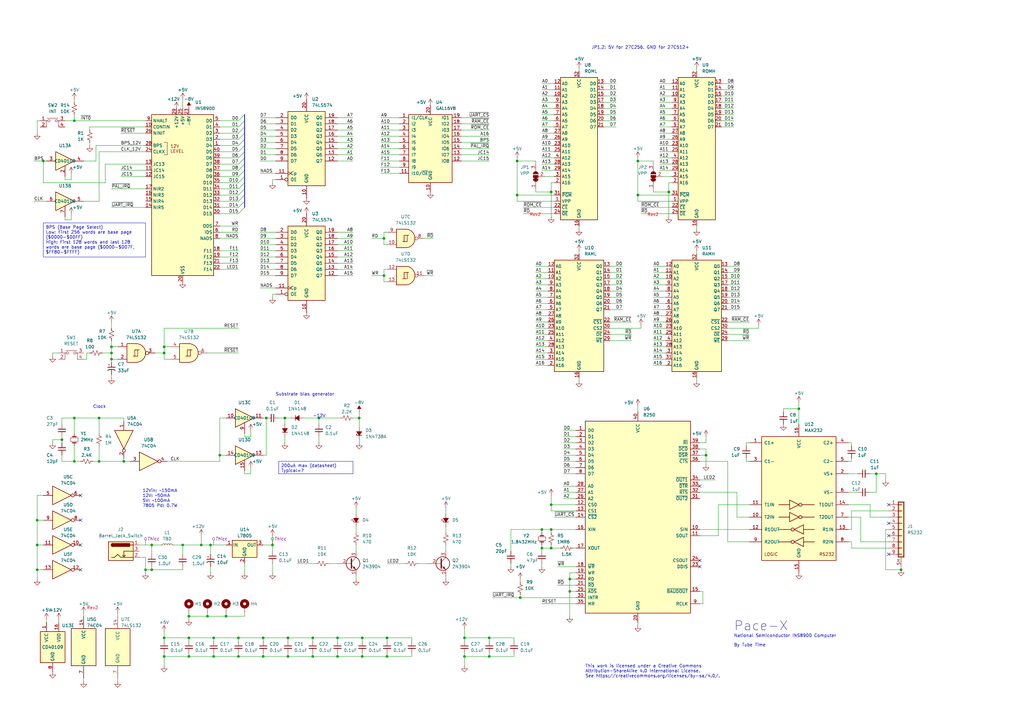
<source format=kicad_sch>
(kicad_sch (version 20230121) (generator eeschema)
  (paper "A3")
  (junction (at 226.06 207.01))
  (junction (at 15.24 233.68))
  (junction (at 45.72 147.32))
  (junction (at 289.56 186.69))
  (junction (at 233.68 242.57))
  (junction (at 128.27 261.62))
  (junction (at 30.48 49.53))
  (junction (at 107.95 269.24))
  (junction (at 77.47 261.62))
  (junction (at 138.43 261.62))
  (junction (at 97.79 269.24))
  (junction (at 107.95 261.62))
  (junction (at 59.69 233.68))
  (junction (at 45.72 144.78))
  (junction (at 67.31 261.62))
  (junction (at 369.57 233.68))
  (junction (at 109.22 171.45))
  (junction (at 190.5 269.24))
  (junction (at 226.06 78.74))
  (junction (at 327.66 167.64))
  (junction (at 74.93 223.52))
  (junction (at 86.36 223.52))
  (junction (at 157.48 113.03))
  (junction (at 148.59 269.24))
  (junction (at 67.31 142.24))
  (junction (at 62.23 223.52))
  (junction (at 261.62 80.01))
  (junction (at 226.06 224.79))
  (junction (at 40.64 189.23))
  (junction (at 15.24 223.52))
  (junction (at 92.71 252.73))
  (junction (at 233.68 237.49))
  (junction (at 77.47 269.24))
  (junction (at 158.75 261.62))
  (junction (at 118.11 269.24))
  (junction (at 90.17 186.69))
  (junction (at 116.84 171.45))
  (junction (at 85.09 252.73))
  (junction (at 147.32 171.45))
  (junction (at 118.11 261.62))
  (junction (at 130.81 171.45))
  (junction (at 17.78 66.04))
  (junction (at 111.76 223.52))
  (junction (at 359.41 194.31))
  (junction (at 212.09 66.04))
  (junction (at 138.43 269.24))
  (junction (at 15.24 213.36))
  (junction (at 50.8 189.23))
  (junction (at 157.48 97.79))
  (junction (at 274.32 78.74))
  (junction (at 87.63 261.62))
  (junction (at 148.59 261.62))
  (junction (at 67.31 269.24))
  (junction (at 62.23 233.68))
  (junction (at 261.62 66.04))
  (junction (at 45.72 142.24))
  (junction (at 158.75 269.24))
  (junction (at 30.48 171.45))
  (junction (at 200.66 269.24))
  (junction (at 30.48 189.23))
  (junction (at 67.31 144.78))
  (junction (at 222.25 224.79))
  (junction (at 97.79 261.62))
  (junction (at 212.09 80.01))
  (junction (at 190.5 261.62))
  (junction (at 226.06 217.17))
  (junction (at 82.55 223.52))
  (junction (at 77.47 252.73))
  (junction (at 213.36 245.11))
  (junction (at 87.63 269.24))
  (junction (at 40.64 171.45))
  (junction (at 200.66 261.62))
  (junction (at 25.4 180.34))
  (junction (at 222.25 217.17))
  (junction (at 128.27 269.24))
  (no_connect (at 287.02 229.87))
  (no_connect (at 33.02 233.68))
  (no_connect (at 33.02 213.36))
  (no_connect (at 287.02 232.41))
  (no_connect (at 33.02 223.52))
  (no_connect (at 364.49 219.71))
  (no_connect (at 364.49 207.01))
  (no_connect (at 287.02 199.39))
  (no_connect (at 33.02 203.2))
  (no_connect (at 364.49 227.33))
  (no_connect (at 364.49 214.63))
  (bus_entry (at 97.79 74.93) (size 2.54 -2.54))
  (bus_entry (at 97.79 82.55) (size 2.54 -2.54))
  (bus_entry (at 97.79 77.47) (size 2.54 -2.54))
  (bus_entry (at 97.79 87.63) (size 2.54 -2.54))
  (bus_entry (at 97.79 72.39) (size 2.54 -2.54))
  (bus_entry (at 97.79 52.07) (size 2.54 -2.54))
  (bus_entry (at 97.79 57.15) (size 2.54 -2.54))
  (bus_entry (at 97.79 69.85) (size 2.54 -2.54))
  (bus_entry (at 97.79 62.23) (size 2.54 -2.54))
  (bus_entry (at 97.79 49.53) (size 2.54 -2.54))
  (bus_entry (at 97.79 54.61) (size 2.54 -2.54))
  (bus_entry (at 97.79 59.69) (size 2.54 -2.54))
  (bus_entry (at 97.79 80.01) (size 2.54 -2.54))
  (bus_entry (at 97.79 64.77) (size 2.54 -2.54))
  (bus_entry (at 97.79 67.31) (size 2.54 -2.54))
  (bus_entry (at 97.79 85.09) (size 2.54 -2.54))
  (wire (pts (xy 138.43 110.49) (xy 144.78 110.49)))
  (wire (pts (xy 222.25 247.65) (xy 236.22 247.65)))
  (wire (pts (xy 306.07 189.23) (xy 307.34 189.23)))
  (wire (pts (xy 59.69 52.07) (xy 36.83 52.07)))
  (wire (pts (xy 138.43 58.42) (xy 144.78 58.42)))
  (wire (pts (xy 231.14 201.93) (xy 236.22 201.93)))
  (wire (pts (xy 57.15 223.52) (xy 62.23 223.52)))
  (wire (pts (xy 90.17 62.23) (xy 97.79 62.23)))
  (wire (pts (xy 111.76 73.66) (xy 111.76 74.93)))
  (wire (pts (xy 67.31 142.24) (xy 67.31 134.62)))
  (wire (pts (xy 273.05 149.86) (xy 267.97 149.86)))
  (wire (pts (xy 237.49 102.87) (xy 237.49 104.14)))
  (wire (pts (xy 62.23 223.52) (xy 62.23 227.33)))
  (wire (pts (xy 287.02 217.17) (xy 307.34 217.17)))
  (wire (pts (xy 138.43 269.24) (xy 138.43 267.97)))
  (wire (pts (xy 189.23 48.26) (xy 200.66 48.26)))
  (wire (pts (xy 219.71 124.46) (xy 224.79 124.46)))
  (wire (pts (xy 156.21 63.5) (xy 163.83 63.5)))
  (wire (pts (xy 67.31 269.24) (xy 67.31 267.97)))
  (wire (pts (xy 287.02 242.57) (xy 288.29 242.57)))
  (wire (pts (xy 39.37 59.69) (xy 59.69 59.69)))
  (wire (pts (xy 111.76 234.95) (xy 111.76 231.14)))
  (wire (pts (xy 34.29 66.04) (xy 39.37 66.04)))
  (wire (pts (xy 274.32 78.74) (xy 274.32 88.9)))
  (wire (pts (xy 90.17 107.95) (xy 97.79 107.95)))
  (wire (pts (xy 234.95 224.79) (xy 236.22 224.79)))
  (wire (pts (xy 182.88 236.22) (xy 182.88 237.49)))
  (wire (pts (xy 106.68 58.42) (xy 113.03 58.42)))
  (bus (pts (xy 100.33 69.85) (xy 100.33 72.39)))
  (wire (pts (xy 92.71 252.73) (xy 100.33 252.73)))
  (wire (pts (xy 43.18 67.31) (xy 59.69 67.31)))
  (wire (pts (xy 222.25 46.99) (xy 227.33 46.99)))
  (wire (pts (xy 233.68 237.49) (xy 236.22 237.49)))
  (wire (pts (xy 219.71 129.54) (xy 224.79 129.54)))
  (wire (pts (xy 261.62 64.77) (xy 261.62 66.04)))
  (wire (pts (xy 128.27 261.62) (xy 128.27 262.89)))
  (wire (pts (xy 43.18 74.93) (xy 17.78 74.93)))
  (wire (pts (xy 275.59 82.55) (xy 261.62 82.55)))
  (wire (pts (xy 67.31 269.24) (xy 77.47 269.24)))
  (wire (pts (xy 106.68 100.33) (xy 113.03 100.33)))
  (wire (pts (xy 30.48 49.53) (xy 59.69 49.53)))
  (wire (pts (xy 30.48 171.45) (xy 30.48 177.8)))
  (wire (pts (xy 156.21 66.04) (xy 163.83 66.04)))
  (wire (pts (xy 148.59 261.62) (xy 148.59 262.89)))
  (wire (pts (xy 247.65 36.83) (xy 252.73 36.83)))
  (wire (pts (xy 231.14 189.23) (xy 236.22 189.23)))
  (wire (pts (xy 116.84 179.07) (xy 116.84 181.61)))
  (wire (pts (xy 189.23 50.8) (xy 200.66 50.8)))
  (bus (pts (xy 100.33 62.23) (xy 100.33 64.77)))
  (bus (pts (xy 100.33 59.69) (xy 100.33 62.23)))
  (wire (pts (xy 45.72 85.09) (xy 59.69 85.09)))
  (wire (pts (xy 90.17 57.15) (xy 97.79 57.15)))
  (wire (pts (xy 267.97 137.16) (xy 273.05 137.16)))
  (wire (pts (xy 128.27 269.24) (xy 138.43 269.24)))
  (wire (pts (xy 262.89 133.35) (xy 262.89 134.62)))
  (wire (pts (xy 231.14 179.07) (xy 236.22 179.07)))
  (wire (pts (xy 90.17 59.69) (xy 97.79 59.69)))
  (wire (pts (xy 222.25 217.17) (xy 209.55 217.17)))
  (wire (pts (xy 222.25 41.91) (xy 227.33 41.91)))
  (wire (pts (xy 34.29 147.32) (xy 35.56 147.32)))
  (wire (pts (xy 138.43 95.25) (xy 144.78 95.25)))
  (wire (pts (xy 90.17 67.31) (xy 97.79 67.31)))
  (wire (pts (xy 15.24 49.53) (xy 15.24 54.61)))
  (wire (pts (xy 298.45 111.76) (xy 303.53 111.76)))
  (wire (pts (xy 156.21 60.96) (xy 163.83 60.96)))
  (wire (pts (xy 41.91 144.78) (xy 45.72 144.78)))
  (wire (pts (xy 237.49 27.94) (xy 237.49 29.21)))
  (wire (pts (xy 274.32 74.93) (xy 274.32 78.74)))
  (wire (pts (xy 270.51 34.29) (xy 275.59 34.29)))
  (wire (pts (xy 138.43 55.88) (xy 144.78 55.88)))
  (wire (pts (xy 67.31 261.62) (xy 77.47 261.62)))
  (wire (pts (xy 219.71 147.32) (xy 224.79 147.32)))
  (wire (pts (xy 233.68 242.57) (xy 233.68 252.73)))
  (wire (pts (xy 222.25 54.61) (xy 227.33 54.61)))
  (wire (pts (xy 270.51 52.07) (xy 275.59 52.07)))
  (wire (pts (xy 49.53 54.61) (xy 59.69 54.61)))
  (wire (pts (xy 222.25 231.14) (xy 222.25 232.41)))
  (wire (pts (xy 100.33 177.8) (xy 100.33 179.07)))
  (wire (pts (xy 270.51 64.77) (xy 275.59 64.77)))
  (wire (pts (xy 270.51 57.15) (xy 275.59 57.15)))
  (wire (pts (xy 327.66 165.1) (xy 327.66 167.64)))
  (wire (pts (xy 307.34 181.61) (xy 306.07 181.61)))
  (wire (pts (xy 219.71 127) (xy 224.79 127)))
  (wire (pts (xy 222.25 34.29) (xy 227.33 34.29)))
  (bus (pts (xy 100.33 77.47) (xy 100.33 80.01)))
  (wire (pts (xy 363.22 194.31) (xy 363.22 196.85)))
  (wire (pts (xy 270.51 69.85) (xy 275.59 69.85)))
  (wire (pts (xy 146.05 208.28) (xy 146.05 210.82)))
  (wire (pts (xy 138.43 113.03) (xy 144.78 113.03)))
  (wire (pts (xy 109.22 171.45) (xy 109.22 186.69)))
  (wire (pts (xy 259.08 139.7) (xy 250.19 139.7)))
  (wire (pts (xy 189.23 55.88) (xy 200.66 55.88)))
  (wire (pts (xy 45.72 144.78) (xy 45.72 147.32)))
  (wire (pts (xy 15.24 223.52) (xy 17.78 223.52)))
  (wire (pts (xy 262.89 87.63) (xy 275.59 87.63)))
  (wire (pts (xy 222.25 224.79) (xy 226.06 224.79)))
  (wire (pts (xy 270.51 44.45) (xy 275.59 44.45)))
  (wire (pts (xy 146.05 236.22) (xy 146.05 237.49)))
  (wire (pts (xy 250.19 124.46) (xy 255.27 124.46)))
  (wire (pts (xy 19.05 254) (xy 19.05 255.27)))
  (wire (pts (xy 247.65 41.91) (xy 252.73 41.91)))
  (wire (pts (xy 231.14 204.47) (xy 236.22 204.47)))
  (wire (pts (xy 113.03 120.65) (xy 111.76 120.65)))
  (wire (pts (xy 210.82 262.89) (xy 210.82 261.62)))
  (wire (pts (xy 59.69 228.6) (xy 59.69 233.68)))
  (wire (pts (xy 90.17 82.55) (xy 97.79 82.55)))
  (wire (pts (xy 302.26 201.93) (xy 302.26 212.09)))
  (wire (pts (xy 67.31 259.08) (xy 67.31 261.62)))
  (wire (pts (xy 158.75 110.49) (xy 157.48 110.49)))
  (wire (pts (xy 353.06 212.09) (xy 353.06 222.25)))
  (wire (pts (xy 363.22 233.68) (xy 369.57 233.68)))
  (wire (pts (xy 107.95 186.69) (xy 109.22 186.69)))
  (wire (pts (xy 130.81 179.07) (xy 130.81 181.61)))
  (wire (pts (xy 16.51 49.53) (xy 15.24 49.53)))
  (wire (pts (xy 227.33 212.09) (xy 236.22 212.09)))
  (wire (pts (xy 298.45 127) (xy 303.53 127)))
  (wire (pts (xy 43.18 67.31) (xy 43.18 74.93)))
  (wire (pts (xy 49.53 69.85) (xy 59.69 69.85)))
  (wire (pts (xy 17.78 66.04) (xy 19.05 66.04)))
  (wire (pts (xy 21.59 180.34) (xy 21.59 181.61)))
  (wire (pts (xy 287.02 186.69) (xy 289.56 186.69)))
  (wire (pts (xy 106.68 66.04) (xy 113.03 66.04)))
  (wire (pts (xy 86.36 227.33) (xy 86.36 223.52)))
  (wire (pts (xy 267.97 129.54) (xy 273.05 129.54)))
  (wire (pts (xy 200.66 269.24) (xy 200.66 267.97)))
  (wire (pts (xy 250.19 116.84) (xy 255.27 116.84)))
  (wire (pts (xy 77.47 269.24) (xy 87.63 269.24)))
  (wire (pts (xy 226.06 224.79) (xy 229.87 224.79)))
  (wire (pts (xy 267.97 139.7) (xy 273.05 139.7)))
  (wire (pts (xy 106.68 97.79) (xy 113.03 97.79)))
  (wire (pts (xy 118.11 269.24) (xy 128.27 269.24)))
  (wire (pts (xy 356.87 212.09) (xy 364.49 212.09)))
  (wire (pts (xy 90.17 92.71) (xy 97.79 92.71)))
  (wire (pts (xy 157.48 97.79) (xy 157.48 100.33)))
  (wire (pts (xy 222.25 52.07) (xy 227.33 52.07)))
  (wire (pts (xy 219.71 139.7) (xy 224.79 139.7)))
  (bus (pts (xy 100.33 82.55) (xy 100.33 85.09)))
  (wire (pts (xy 295.91 39.37) (xy 300.99 39.37)))
  (wire (pts (xy 35.56 144.78) (xy 35.56 147.32)))
  (wire (pts (xy 30.48 189.23) (xy 33.02 189.23)))
  (wire (pts (xy 247.65 39.37) (xy 252.73 39.37)))
  (wire (pts (xy 294.64 207.01) (xy 307.34 207.01)))
  (wire (pts (xy 45.72 147.32) (xy 48.26 147.32)))
  (wire (pts (xy 288.29 247.65) (xy 288.29 242.57)))
  (wire (pts (xy 97.79 269.24) (xy 107.95 269.24)))
  (wire (pts (xy 106.68 53.34) (xy 113.03 53.34)))
  (wire (pts (xy 261.62 66.04) (xy 267.97 66.04)))
  (wire (pts (xy 107.95 269.24) (xy 107.95 267.97)))
  (wire (pts (xy 222.25 224.79) (xy 222.25 226.06)))
  (wire (pts (xy 90.17 80.01) (xy 97.79 80.01)))
  (wire (pts (xy 224.79 149.86) (xy 219.71 149.86)))
  (wire (pts (xy 213.36 245.11) (xy 236.22 245.11)))
  (wire (pts (xy 236.22 209.55) (xy 226.06 209.55)))
  (wire (pts (xy 226.06 78.74) (xy 226.06 88.9)))
  (bus (pts (xy 100.33 67.31) (xy 100.33 69.85)))
  (wire (pts (xy 182.88 208.28) (xy 182.88 210.82)))
  (wire (pts (xy 347.98 201.93) (xy 351.79 201.93)))
  (wire (pts (xy 295.91 46.99) (xy 300.99 46.99)))
  (wire (pts (xy 222.25 69.85) (xy 227.33 69.85)))
  (wire (pts (xy 302.26 201.93) (xy 287.02 201.93)))
  (wire (pts (xy 90.17 69.85) (xy 97.79 69.85)))
  (wire (pts (xy 74.93 40.64) (xy 74.93 44.45)))
  (wire (pts (xy 250.19 114.3) (xy 255.27 114.3)))
  (wire (pts (xy 130.81 171.45) (xy 139.7 171.45)))
  (wire (pts (xy 90.17 72.39) (xy 97.79 72.39)))
  (wire (pts (xy 17.78 203.2) (xy 15.24 203.2)))
  (wire (pts (xy 45.72 132.08) (xy 45.72 134.62)))
  (wire (pts (xy 267.97 77.47) (xy 267.97 78.74)))
  (wire (pts (xy 262.89 85.09) (xy 275.59 85.09)))
  (wire (pts (xy 128.27 269.24) (xy 128.27 267.97)))
  (wire (pts (xy 356.87 201.93) (xy 359.41 201.93)))
  (wire (pts (xy 321.31 167.64) (xy 327.66 167.64)))
  (wire (pts (xy 77.47 252.73) (xy 85.09 252.73)))
  (wire (pts (xy 90.17 49.53) (xy 97.79 49.53)))
  (wire (pts (xy 289.56 179.07) (xy 289.56 181.61)))
  (wire (pts (xy 267.97 78.74) (xy 274.32 78.74)))
  (wire (pts (xy 156.21 55.88) (xy 163.83 55.88)))
  (wire (pts (xy 247.65 49.53) (xy 252.73 49.53)))
  (wire (pts (xy 213.36 238.76) (xy 213.36 237.49)))
  (wire (pts (xy 40.64 177.8) (xy 40.64 171.45)))
  (wire (pts (xy 213.36 243.84) (xy 213.36 245.11)))
  (wire (pts (xy 67.31 147.32) (xy 69.85 147.32)))
  (wire (pts (xy 34.29 279.4) (xy 34.29 278.13)))
  (wire (pts (xy 67.31 144.78) (xy 67.31 142.24)))
  (wire (pts (xy 227.33 82.55) (xy 212.09 82.55)))
  (wire (pts (xy 158.75 261.62) (xy 158.75 262.89)))
  (wire (pts (xy 77.47 252.73) (xy 77.47 254)))
  (wire (pts (xy 156.21 58.42) (xy 163.83 58.42)))
  (wire (pts (xy 349.25 182.88) (xy 349.25 181.61)))
  (wire (pts (xy 100.33 193.04) (xy 100.33 194.31)))
  (wire (pts (xy 116.84 171.45) (xy 116.84 173.99)))
  (wire (pts (xy 146.05 223.52) (xy 146.05 226.06)))
  (wire (pts (xy 124.46 171.45) (xy 130.81 171.45)))
  (wire (pts (xy 87.63 269.24) (xy 97.79 269.24)))
  (wire (pts (xy 138.43 102.87) (xy 144.78 102.87)))
  (wire (pts (xy 267.97 111.76) (xy 273.05 111.76)))
  (wire (pts (xy 347.98 181.61) (xy 349.25 181.61)))
  (wire (pts (xy 222.25 217.17) (xy 226.06 217.17)))
  (wire (pts (xy 48.26 142.24) (xy 45.72 142.24)))
  (wire (pts (xy 219.71 67.31) (xy 219.71 66.04)))
  (wire (pts (xy 77.47 252.73) (xy 77.47 251.46)))
  (wire (pts (xy 26.67 72.39) (xy 26.67 73.66)))
  (wire (pts (xy 30.48 40.64) (xy 30.48 41.91)))
  (wire (pts (xy 106.68 107.95) (xy 113.03 107.95)))
  (bus (pts (xy 100.33 80.01) (xy 100.33 82.55)))
  (wire (pts (xy 247.65 34.29) (xy 252.73 34.29)))
  (wire (pts (xy 247.65 44.45) (xy 252.73 44.45)))
  (wire (pts (xy 49.53 72.39) (xy 59.69 72.39)))
  (wire (pts (xy 261.62 82.55) (xy 261.62 80.01)))
  (wire (pts (xy 285.75 92.71) (xy 285.75 93.98)))
  (wire (pts (xy 90.17 85.09) (xy 97.79 85.09)))
  (wire (pts (xy 231.14 186.69) (xy 236.22 186.69)))
  (wire (pts (xy 270.51 49.53) (xy 275.59 49.53)))
  (wire (pts (xy 156.21 53.34) (xy 163.83 53.34)))
  (bus (pts (xy 100.33 64.77) (xy 100.33 67.31)))
  (wire (pts (xy 222.25 36.83) (xy 227.33 36.83)))
  (wire (pts (xy 307.34 132.08) (xy 298.45 132.08)))
  (wire (pts (xy 48.26 251.46) (xy 48.26 252.73)))
  (wire (pts (xy 90.17 54.61) (xy 97.79 54.61)))
  (wire (pts (xy 306.07 181.61) (xy 306.07 182.88)))
  (wire (pts (xy 219.71 134.62) (xy 224.79 134.62)))
  (wire (pts (xy 106.68 48.26) (xy 113.03 48.26)))
  (wire (pts (xy 222.25 218.44) (xy 222.25 217.17)))
  (wire (pts (xy 219.71 111.76) (xy 224.79 111.76)))
  (wire (pts (xy 85.09 252.73) (xy 92.71 252.73)))
  (wire (pts (xy 147.32 180.34) (xy 147.32 181.61)))
  (wire (pts (xy 267.97 119.38) (xy 273.05 119.38)))
  (wire (pts (xy 267.97 114.3) (xy 273.05 114.3)))
  (wire (pts (xy 353.06 222.25) (xy 364.49 222.25)))
  (wire (pts (xy 228.6 232.41) (xy 236.22 232.41)))
  (wire (pts (xy 214.63 85.09) (xy 227.33 85.09)))
  (wire (pts (xy 261.62 66.04) (xy 261.62 80.01)))
  (bus (pts (xy 100.33 52.07) (xy 100.33 54.61)))
  (wire (pts (xy 157.48 100.33) (xy 158.75 100.33)))
  (wire (pts (xy 347.98 212.09) (xy 353.06 212.09)))
  (wire (pts (xy 306.07 187.96) (xy 306.07 189.23)))
  (wire (pts (xy 270.51 46.99) (xy 275.59 46.99)))
  (wire (pts (xy 156.21 50.8) (xy 163.83 50.8)))
  (wire (pts (xy 222.25 39.37) (xy 227.33 39.37)))
  (wire (pts (xy 294.64 219.71) (xy 294.64 207.01)))
  (wire (pts (xy 62.23 223.52) (xy 66.04 223.52)))
  (wire (pts (xy 222.25 44.45) (xy 227.33 44.45)))
  (wire (pts (xy 285.75 27.94) (xy 285.75 29.21)))
  (wire (pts (xy 138.43 66.04) (xy 144.78 66.04)))
  (wire (pts (xy 295.91 44.45) (xy 300.99 44.45)))
  (wire (pts (xy 82.55 219.71) (xy 82.55 223.52)))
  (wire (pts (xy 90.17 186.69) (xy 90.17 189.23)))
  (wire (pts (xy 189.23 66.04) (xy 200.66 66.04)))
  (wire (pts (xy 62.23 233.68) (xy 74.93 233.68)))
  (wire (pts (xy 25.4 171.45) (xy 30.48 171.45)))
  (wire (pts (xy 92.71 186.69) (xy 90.17 186.69)))
  (wire (pts (xy 39.37 66.04) (xy 39.37 59.69)))
  (wire (pts (xy 34.29 82.55) (xy 40.64 82.55)))
  (wire (pts (xy 157.48 113.03) (xy 157.48 115.57)))
  (wire (pts (xy 287.02 247.65) (xy 288.29 247.65)))
  (wire (pts (xy 57.15 228.6) (xy 59.69 228.6)))
  (wire (pts (xy 152.4 113.03) (xy 157.48 113.03)))
  (wire (pts (xy 347.98 194.31) (xy 351.79 194.31)))
  (wire (pts (xy 90.17 95.25) (xy 97.79 95.25)))
  (wire (pts (xy 287.02 219.71) (xy 294.64 219.71)))
  (wire (pts (xy 87.63 261.62) (xy 97.79 261.62)))
  (wire (pts (xy 158.75 269.24) (xy 158.75 267.97)))
  (wire (pts (xy 171.45 231.14) (xy 175.26 231.14)))
  (wire (pts (xy 30.48 46.99) (xy 30.48 49.53)))
  (wire (pts (xy 298.45 189.23) (xy 298.45 222.25)))
  (wire (pts (xy 226.06 223.52) (xy 226.06 224.79)))
  (wire (pts (xy 59.69 233.68) (xy 59.69 234.95)))
  (wire (pts (xy 38.1 189.23) (xy 40.64 189.23)))
  (wire (pts (xy 226.06 217.17) (xy 226.06 218.44)))
  (wire (pts (xy 189.23 53.34) (xy 200.66 53.34)))
  (wire (pts (xy 298.45 134.62) (xy 311.15 134.62)))
  (wire (pts (xy 50.8 189.23) (xy 53.34 189.23)))
  (wire (pts (xy 267.97 142.24) (xy 273.05 142.24)))
  (wire (pts (xy 138.43 105.41) (xy 144.78 105.41)))
  (wire (pts (xy 233.68 234.95) (xy 233.68 237.49)))
  (wire (pts (xy 223.52 72.39) (xy 227.33 72.39)))
  (wire (pts (xy 68.58 189.23) (xy 90.17 189.23)))
  (wire (pts (xy 295.91 36.83) (xy 300.99 36.83)))
  (wire (pts (xy 267.97 132.08) (xy 273.05 132.08)))
  (wire (pts (xy 349.25 217.17) (xy 349.25 209.55)))
  (wire (pts (xy 226.06 209.55) (xy 226.06 207.01)))
  (wire (pts (xy 289.56 186.69) (xy 289.56 190.5)))
  (wire (pts (xy 267.97 134.62) (xy 273.05 134.62)))
  (wire (pts (xy 250.19 134.62) (xy 262.89 134.62)))
  (wire (pts (xy 90.17 97.79) (xy 97.79 97.79)))
  (wire (pts (xy 26.67 49.53) (xy 30.48 49.53)))
  (wire (pts (xy 45.72 147.32) (xy 45.72 148.59)))
  (wire (pts (xy 102.87 176.53) (xy 102.87 179.07)))
  (wire (pts (xy 107.95 223.52) (xy 111.76 223.52)))
  (wire (pts (xy 45.72 153.67) (xy 45.72 154.94)))
  (wire (pts (xy 250.19 127) (xy 255.27 127)))
  (wire (pts (xy 67.31 269.24) (xy 67.31 273.05)))
  (wire (pts (xy 222.25 49.53) (xy 227.33 49.53)))
  (wire (pts (xy 45.72 142.24) (xy 45.72 144.78)))
  (wire (pts (xy 102.87 191.77) (xy 102.87 194.31)))
  (wire (pts (xy 15.24 233.68) (xy 15.24 237.49)))
  (wire (pts (xy 298.45 222.25) (xy 307.34 222.25)))
  (wire (pts (xy 144.78 171.45) (xy 147.32 171.45)))
  (wire (pts (xy 189.23 58.42) (xy 200.66 58.42)))
  (wire (pts (xy 267.97 144.78) (xy 273.05 144.78)))
  (wire (pts (xy 36.83 144.78) (xy 35.56 144.78)))
  (wire (pts (xy 222.25 59.69) (xy 227.33 59.69)))
  (wire (pts (xy 113.03 73.66) (xy 111.76 73.66)))
  (wire (pts (xy 359.41 201.93) (xy 359.41 194.31)))
  (wire (pts (xy 158.75 95.25) (xy 157.48 95.25)))
  (wire (pts (xy 118.11 269.24) (xy 118.11 267.97)))
  (wire (pts (xy 13.97 82.55) (xy 19.05 82.55)))
  (wire (pts (xy 307.34 137.16) (xy 298.45 137.16)))
  (wire (pts (xy 190.5 269.24) (xy 190.5 267.97)))
  (wire (pts (xy 97.79 261.62) (xy 97.79 262.89)))
  (wire (pts (xy 200.66 261.62) (xy 210.82 261.62)))
  (wire (pts (xy 222.25 64.77) (xy 227.33 64.77)))
  (wire (pts (xy 24.13 144.78) (xy 21.59 144.78)))
  (wire (pts (xy 90.17 77.47) (xy 97.79 77.47)))
  (wire (pts (xy 250.19 111.76) (xy 255.27 111.76)))
  (wire (pts (xy 29.21 71.12) (xy 29.21 73.66)))
  (wire (pts (xy 231.14 194.31) (xy 236.22 194.31)))
  (wire (pts (xy 138.43 261.62) (xy 148.59 261.62)))
  (wire (pts (xy 231.14 191.77) (xy 236.22 191.77)))
  (wire (pts (xy 219.71 109.22) (xy 224.79 109.22)))
  (bus (pts (xy 100.33 57.15) (xy 100.33 59.69)))
  (wire (pts (xy 40.64 82.55) (xy 40.64 62.23)))
  (wire (pts (xy 212.09 66.04) (xy 212.09 80.01)))
  (wire (pts (xy 209.55 232.41) (xy 209.55 231.14)))
  (wire (pts (xy 67.31 142.24) (xy 69.85 142.24)))
  (wire (pts (xy 349.25 187.96) (xy 349.25 189.23)))
  (wire (pts (xy 106.68 105.41) (xy 113.03 105.41)))
  (wire (pts (xy 219.71 142.24) (xy 224.79 142.24)))
  (wire (pts (xy 182.88 215.9) (xy 182.88 218.44)))
  (wire (pts (xy 100.33 252.73) (xy 100.33 251.46)))
  (wire (pts (xy 25.4 186.69) (xy 25.4 189.23)))
  (wire (pts (xy 107.95 261.62) (xy 118.11 261.62)))
  (wire (pts (xy 50.8 189.23) (xy 40.64 189.23)))
  (wire (pts (xy 71.12 223.52) (xy 74.93 223.52)))
  (wire (pts (xy 106.68 55.88) (xy 113.03 55.88)))
  (wire (pts (xy 267.97 116.84) (xy 273.05 116.84)))
  (wire (pts (xy 100.33 194.31) (xy 102.87 194.31)))
  (wire (pts (xy 106.68 110.49) (xy 113.03 110.49)))
  (wire (pts (xy 359.41 194.31) (xy 363.22 194.31)))
  (wire (pts (xy 134.62 231.14) (xy 138.43 231.14)))
  (wire (pts (xy 259.08 132.08) (xy 250.19 132.08)))
  (wire (pts (xy 90.17 74.93) (xy 97.79 74.93)))
  (wire (pts (xy 298.45 121.92) (xy 303.53 121.92)))
  (wire (pts (xy 15.24 213.36) (xy 17.78 213.36)))
  (wire (pts (xy 200.66 269.24) (xy 210.82 269.24)))
  (wire (pts (xy 97.79 261.62) (xy 107.95 261.62)))
  (wire (pts (xy 226.06 74.93) (xy 227.33 74.93)))
  (wire (pts (xy 231.14 184.15) (xy 236.22 184.15)))
  (wire (pts (xy 138.43 100.33) (xy 144.78 100.33)))
  (wire (pts (xy 138.43 50.8) (xy 144.78 50.8)))
  (wire (pts (xy 59.69 233.68) (xy 62.23 233.68)))
  (wire (pts (xy 237.49 92.71) (xy 237.49 93.98)))
  (wire (pts (xy 287.02 196.85) (xy 293.37 196.85)))
  (wire (pts (xy 250.19 119.38) (xy 255.27 119.38)))
  (wire (pts (xy 13.97 66.04) (xy 17.78 66.04)))
  (wire (pts (xy 349.25 222.25) (xy 349.25 224.79)))
  (wire (pts (xy 86.36 232.41) (xy 86.36 234.95)))
  (wire (pts (xy 106.68 60.96) (xy 113.03 60.96)))
  (wire (pts (xy 107.95 171.45) (xy 109.22 171.45)))
  (wire (pts (xy 307.34 139.7) (xy 298.45 139.7)))
  (wire (pts (xy 231.14 181.61) (xy 236.22 181.61)))
  (wire (pts (xy 87.63 261.62) (xy 87.63 262.89)))
  (wire (pts (xy 157.48 95.25) (xy 157.48 97.79)))
  (wire (pts (xy 138.43 269.24) (xy 148.59 269.24)))
  (wire (pts (xy 156.21 71.12) (xy 163.83 71.12)))
  (wire (pts (xy 261.62 255.27) (xy 261.62 256.54)))
  (wire (pts (xy 90.17 186.69) (xy 90.17 171.45)))
  (wire (pts (xy 287.02 181.61) (xy 289.56 181.61)))
  (wire (pts (xy 287.02 189.23) (xy 298.45 189.23)))
  (wire (pts (xy 295.91 49.53) (xy 300.99 49.53)))
  (wire (pts (xy 182.88 223.52) (xy 182.88 226.06)))
  (wire (pts (xy 107.95 261.62) (xy 107.95 262.89)))
  (wire (pts (xy 50.8 172.72) (xy 50.8 171.45)))
  (wire (pts (xy 237.49 156.21) (xy 237.49 154.94)))
  (wire (pts (xy 147.32 171.45) (xy 147.32 175.26)))
  (wire (pts (xy 222.25 67.31) (xy 227.33 67.31)))
  (wire (pts (xy 15.24 233.68) (xy 17.78 233.68)))
  (wire (pts (xy 231.14 199.39) (xy 236.22 199.39)))
  (wire (pts (xy 17.78 74.93) (xy 17.78 66.04)))
  (wire (pts (xy 212.09 80.01) (xy 227.33 80.01)))
  (bus (pts (xy 100.33 46.99) (xy 100.33 49.53)))
  (wire (pts (xy 347.98 207.01) (xy 356.87 207.01)))
  (wire (pts (xy 106.68 102.87) (xy 113.03 102.87)))
  (wire (pts (xy 261.62 80.01) (xy 275.59 80.01)))
  (wire (pts (xy 67.31 144.78) (xy 67.31 147.32)))
  (wire (pts (xy 25.4 180.34) (xy 25.4 179.07)))
  (wire (pts (xy 106.68 71.12) (xy 113.03 71.12)))
  (bus (pts (xy 100.33 54.61) (xy 100.33 57.15)))
  (wire (pts (xy 298.45 114.3) (xy 303.53 114.3)))
  (wire (pts (xy 48.26 278.13) (xy 48.26 279.4)))
  (wire (pts (xy 67.31 261.62) (xy 67.31 262.89)))
  (wire (pts (xy 270.51 67.31) (xy 275.59 67.31)))
  (wire (pts (xy 189.23 63.5) (xy 200.66 63.5)))
  (wire (pts (xy 347.98 217.17) (xy 349.25 217.17)))
  (wire (pts (xy 148.59 269.24) (xy 158.75 269.24)))
  (wire (pts (xy 190.5 261.62) (xy 200.66 261.62)))
  (wire (pts (xy 138.43 97.79) (xy 144.78 97.79)))
  (wire (pts (xy 158.75 261.62) (xy 168.91 261.62)))
  (wire (pts (xy 15.24 213.36) (xy 15.24 223.52)))
  (wire (pts (xy 90.17 64.77) (xy 97.79 64.77)))
  (wire (pts (xy 92.71 252.73) (xy 92.71 251.46)))
  (wire (pts (xy 90.17 105.41) (xy 97.79 105.41)))
  (wire (pts (xy 364.49 217.17) (xy 363.22 217.17)))
  (wire (pts (xy 270.51 41.91) (xy 275.59 41.91)))
  (wire (pts (xy 118.11 261.62) (xy 118.11 262.89)))
  (wire (pts (xy 233.68 242.57) (xy 236.22 242.57)))
  (wire (pts (xy 356.87 207.01) (xy 356.87 212.09)))
  (wire (pts (xy 271.78 72.39) (xy 275.59 72.39)))
  (wire (pts (xy 158.75 231.14) (xy 166.37 231.14)))
  (wire (pts (xy 100.33 179.07) (xy 102.87 179.07)))
  (wire (pts (xy 106.68 63.5) (xy 113.03 63.5)))
  (wire (pts (xy 82.55 223.52) (xy 86.36 223.52)))
  (wire (pts (xy 21.59 144.78) (xy 21.59 146.05)))
  (wire (pts (xy 201.93 245.11) (xy 213.36 245.11)))
  (wire (pts (xy 250.19 121.92) (xy 255.27 121.92)))
  (wire (pts (xy 156.21 48.26) (xy 163.83 48.26)))
  (wire (pts (xy 36.83 52.07) (xy 36.83 53.34)))
  (wire (pts (xy 34.29 251.46) (xy 34.29 252.73)))
  (wire (pts (xy 50.8 187.96) (xy 50.8 189.23)))
  (wire (pts (xy 148.59 269.24) (xy 148.59 267.97)))
  (wire (pts (xy 121.92 231.14) (xy 129.54 231.14)))
  (wire (pts (xy 190.5 261.62) (xy 190.5 262.89)))
  (wire (pts (xy 302.26 212.09) (xy 307.34 212.09)))
  (wire (pts (xy 25.4 180.34) (xy 25.4 181.61)))
  (wire (pts (xy 267.97 127) (xy 273.05 127)))
  (wire (pts (xy 146.05 215.9) (xy 146.05 218.44)))
  (wire (pts (xy 219.71 144.78) (xy 224.79 144.78)))
  (wire (pts (xy 219.71 119.38) (xy 224.79 119.38)))
  (wire (pts (xy 222.25 62.23) (xy 227.33 62.23)))
  (wire (pts (xy 311.15 133.35) (xy 311.15 134.62)))
  (wire (pts (xy 157.48 115.57) (xy 158.75 115.57)))
  (wire (pts (xy 74.93 223.52) (xy 82.55 223.52)))
  (wire (pts (xy 29.21 87.63) (xy 29.21 90.17)))
  (wire (pts (xy 274.32 74.93) (xy 275.59 74.93)))
  (wire (pts (xy 90.17 102.87) (xy 97.79 102.87)))
  (wire (pts (xy 212.09 64.77) (xy 212.09 66.04)))
  (wire (pts (xy 138.43 48.26) (xy 144.78 48.26)))
  (wire (pts (xy 85.09 252.73) (xy 85.09 251.46)))
  (wire (pts (xy 190.5 269.24) (xy 190.5 273.05)))
  (wire (pts (xy 285.75 156.21) (xy 285.75 154.94)))
  (wire (pts (xy 267.97 66.04) (xy 267.97 67.31)))
  (wire (pts (xy 349.25 209.55) (xy 364.49 209.55)))
  (wire (pts (xy 158.75 269.24) (xy 168.91 269.24)))
  (bus (pts (xy 100.33 74.93) (xy 100.33 77.47)))
  (wire (pts (xy 30.48 182.88) (xy 30.48 189.23)))
  (wire (pts (xy 152.4 97.79) (xy 157.48 97.79)))
  (wire (pts (xy 21.59 180.34) (xy 25.4 180.34)))
  (bus (pts (xy 100.33 72.39) (xy 100.33 74.93)))
  (wire (pts (xy 25.4 189.23) (xy 30.48 189.23)))
  (wire (pts (xy 226.06 203.2) (xy 226.06 207.01)))
  (wire (pts (xy 219.71 121.92) (xy 224.79 121.92)))
  (wire (pts (xy 210.82 267.97) (xy 210.82 269.24)))
  (wire (pts (xy 67.31 134.62) (xy 97.79 134.62)))
  (wire (pts (xy 267.97 147.32) (xy 273.05 147.32)))
  (wire (pts (xy 212.09 66.04) (xy 219.71 66.04)))
  (wire (pts (xy 74.93 223.52) (xy 74.93 227.33)))
  (wire (pts (xy 90.17 87.63) (xy 97.79 87.63)))
  (wire (pts (xy 270.51 54.61) (xy 275.59 54.61)))
  (wire (pts (xy 77.47 269.24) (xy 77.47 267.97)))
  (wire (pts (xy 36.83 58.42) (xy 36.83 59.69)))
  (wire (pts (xy 147.32 168.91) (xy 147.32 171.45)))
  (wire (pts (xy 24.13 254) (xy 24.13 255.27)))
  (wire (pts (xy 111.76 226.06) (xy 111.76 223.52)))
  (wire (pts (xy 148.59 261.62) (xy 158.75 261.62)))
  (wire (pts (xy 106.68 50.8) (xy 113.03 50.8)))
  (wire (pts (xy 90.17 171.45) (xy 92.71 171.45)))
  (wire (pts (xy 270.51 39.37) (xy 275.59 39.37)))
  (wire (pts (xy 270.51 62.23) (xy 275.59 62.23)))
  (wire (pts (xy 222.25 57.15) (xy 227.33 57.15)))
  (wire (pts (xy 114.3 171.45) (xy 116.84 171.45)))
  (wire (pts (xy 97.79 269.24) (xy 97.79 267.97)))
  (wire (pts (xy 77.47 261.62) (xy 87.63 261.62)))
  (wire (pts (xy 90.17 110.49) (xy 97.79 110.49)))
  (wire (pts (xy 25.4 171.45) (xy 25.4 173.99)))
  (wire (pts (xy 111.76 219.71) (xy 111.76 223.52)))
  (wire (pts (xy 200.66 261.62) (xy 200.66 262.89)))
  (wire (pts (xy 77.47 261.62) (xy 77.47 262.89)))
  (wire (pts (xy 219.71 116.84) (xy 224.79 116.84)))
  (wire (pts (xy 327.66 167.64) (xy 327.66 173.99)))
  (wire (pts (xy 45.72 139.7) (xy 45.72 142.24)))
  (wire (pts (xy 138.43 60.96) (xy 144.78 60.96)))
  (wire (pts (xy 168.91 269.24) (xy 168.91 267.97)))
  (wire (pts (xy 247.65 52.07) (xy 252.73 52.07)))
  (wire (pts (xy 267.97 109.22) (xy 273.05 109.22)))
  (wire (pts (xy 219.71 132.08) (xy 224.79 132.08)))
  (wire (pts (xy 295.91 52.07) (xy 300.99 52.07)))
  (wire (pts (xy 209.55 217.17) (xy 209.55 226.06)))
  (wire (pts (xy 168.91 261.62) (xy 168.91 262.89)))
  (wire (pts (xy 138.43 107.95) (xy 144.78 107.95)))
  (wire (pts (xy 157.48 110.49) (xy 157.48 113.03)))
  (wire (pts (xy 349.25 222.25) (xy 347.98 222.25)))
  (wire (pts (xy 63.5 144.78) (xy 67.31 144.78)))
  (wire (pts (xy 233.68 237.49) (xy 233.68 242.57)))
  (wire (pts (xy 228.6 240.03) (xy 236.22 240.03)))
  (wire (pts (xy 250.19 109.22) (xy 255.27 109.22)))
  (wire (pts (xy 26.67 73.66) (xy 29.21 73.66)))
  (wire (pts (xy 45.72 77.47) (xy 59.69 77.47)))
  (wire (pts (xy 219.71 78.74) (xy 226.06 78.74)))
  (wire (pts (xy 107.95 269.24) (xy 118.11 269.24)))
  (wire (pts (xy 106.68 95.25) (xy 113.03 95.25)))
  (wire (pts (xy 349.25 224.79) (xy 364.49 224.79)))
  (wire (pts (xy 298.45 119.38) (xy 303.53 119.38)))
  (wire (pts (xy 363.22 217.17) (xy 363.22 233.68)))
  (wire (pts (xy 30.48 171.45) (xy 40.64 171.45)))
  (wire (pts (xy 130.81 171.45) (xy 130.81 173.99)))
  (wire (pts (xy 138.43 53.34) (xy 144.78 53.34)))
  (wire (pts (xy 40.64 62.23) (xy 59.69 62.23)))
  (wire (pts (xy 347.98 189.23) (xy 349.25 189.23)))
  (wire (pts (xy 106.68 118.11) (xy 113.03 118.11)))
  (wire (pts (xy 15.24 203.2) (xy 15.24 213.36)))
  (wire (pts (xy 295.91 34.29) (xy 300.99 34.29)))
  (wire (pts (xy 321.31 168.91) (xy 321.31 167.64)))
  (wire (pts (xy 111.76 120.65) (xy 111.76 121.92)))
  (wire (pts (xy 40.64 182.88) (xy 40.64 189.23)))
  (wire (pts (xy 62.23 232.41) (xy 62.23 233.68)))
  (wire (pts (xy 90.17 52.07) (xy 97.79 52.07)))
  (bus (pts (xy 100.33 49.53) (xy 100.33 52.07)))
  (wire (pts (xy 236.22 234.95) (xy 233.68 234.95)))
  (wire (pts (xy 226.06 217.17) (xy 236.22 217.17)))
  (wire (pts (xy 106.68 113.03) (xy 113.03 113.03)))
  (wire (pts (xy 226.06 207.01) (xy 236.22 207.01)))
  (wire (pts (xy 298.45 109.22) (xy 303.53 109.22)))
  (wire (pts (xy 369.57 232.41) (xy 369.57 233.68)))
  (wire (pts (xy 156.21 68.58) (xy 163.83 68.58)))
  (wire (pts (xy 285.75 102.87) (xy 285.75 104.14)))
  (wire (pts (xy 86.36 223.52) (xy 92.71 223.52)))
  (wire (pts (xy 138.43 261.62) (xy 138.43 262.89)))
  (wire (pts (xy 173.99 113.03) (xy 177.8 113.03)))
  (wire (pts (xy 15.24 223.52) (xy 15.24 233.68)))
  (wire (pts (xy 26.67 88.9) (xy 26.67 90.17)))
  (wire (pts (xy 219.71 77.47) (xy 219.71 78.74)))
  (wire (pts (xy 219.71 114.3) (xy 224.79 114.3)))
  (wire (pts (xy 118.11 261.62) (xy 128.27 261.62)))
  (wire (pts (xy 298.45 116.84) (xy 303.53 116.84)))
  (wire (pts (xy 40.64 171.45) (xy 50.8 171.45)))
  (wire (pts (xy 219.71 137.16) (xy 224.79 137.16)))
  (wire (pts (xy 287.02 184.15) (xy 289.56 184.15)))
  (wire (pts (xy 128.27 261.62) (xy 138.43 261.62)))
  (wire (pts (xy 74.93 232.41) (xy 74.93 233.68)))
  (wire (pts (xy 85.09 144.78) (xy 97.79 144.78)))
  (wire (pts (xy 173.99 97.79) (xy 177.8 97.79)))
  (wire (pts (xy 138.43 63.5) (xy 144.78 63.5)))
  (wire (pts (xy 214.63 87.63) (xy 227.33 87.63)))
  (wire (pts (xy 100.33 231.14) (xy 100.33 234.95)))
  (wire (pts (xy 261.62 166.37) (xy 261.62 168.91)))
  (wire (pts (xy 295.91 41.91) (xy 300.99 41.91)))
  (wire (pts (xy 87.63 269.24) (xy 87.63 267.97)))
  (wire (pts (xy 270.51 36.83) (xy 275.59 36.83)))
  (wire (pts (xy 259.08 137.16) (xy 250.19 137.16)))
  (wire (pts (xy 190.5 257.81) (xy 190.5 261.62)))
  (wire (pts (xy 267.97 121.92) (xy 273.05 121.92)))
  (wire (pts (xy 270.51 59.69) (xy 275.59 59.69)))
  (wire (pts (xy 212.09 82.55) (xy 212.09 80.01)))
  (wire (pts (xy 231.14 176.53) (xy 236.22 176.53)))
  (wire (pts (xy 222.25 223.52) (xy 222.25 224.79)))
  (wire (pts (xy 267.97 124.46) (xy 273.05 124.46)))
  (wire (pts (xy 26.67 90.17) (xy 29.21 90.17)))
  (wire (pts (xy 247.65 46.99) (xy 252.73 46.99)))
  (wire (pts (xy 116.84 171.45) (xy 119.38 171.45)))
  (wire (pts (xy 226.06 74.93) (xy 226.06 78.74)))
  (wire (pts (xy 298.45 124.46) (xy 303.53 124.46)))
  (wire (pts (xy 190.5 269.24) (xy 200.66 269.24)))
  (wire (pts (xy 189.23 60.96) (xy 200.66 60.96)))
  (wire (pts (xy 356.87 194.31) (xy 359.41 194.31)))
  (wire (pts (xy 289.56 184.15) (xy 289.56 186.69)))
  (text_box "BPS (Base Page Select)\nLow: First 256 words are base page ($0000-$00FF)\nHigh: First 128 words and last 128 words are base page ($0000-$007F, $FF80-$FFFF)" (at 17.78 91.44 0) (size 41.91 13.97) (effects (font (size 1.27 1.27)) (justify left top)))
  (text_box "200uA max (datasheet)\nTypical=?" (at 114.3 189.23 0) (size 30.48 5.08) (effects (font (size 1.27 1.27)) (justify left top)))
  (text "JP1,2: 5V for 27C256. GND for 27C512+\n" (at 242.57 20.32 0) (effects (font (size 1.27 1.27)) (justify left bottom)))
  (text "National Semiconductor INS8900 Computer" (at 300.99 261.62 0) (effects (font (size 1.27 1.27)) (justify left bottom)))
  (text "Rev2" (at 217.17 88.9 0) (effects (font (size 1.27 1.27)) (justify left bottom)))
  (text "12Vin: ~150mA\n12V: ~50mA\n5V: ~100mA\n7805 Pd: 0.7W\n" (at 58.42 208.28 0) (effects (font (size 1.27 1.27)) (justify left bottom)))
  (text "Clock" (at 38.1 167.64 0) (effects (font (size 1.27 1.27)) (justify left bottom)))
  (text "Rev2" (at 265.43 88.9 0) (effects (font (size 1.27 1.27)) (justify left bottom)))
  (text "Pace-X" (at 300.99 259.08 0) (effects (font (size 3.81 3.81)) (justify left bottom)))
  (text "-12V" (at 128.27 171.45 0) (effects (font (size 1.27 1.27)) (justify left bottom)))
  (text "Substrate bias generator" (at 113.03 162.56 0) (effects (font (size 1.27 1.27)) (justify left bottom)))
  (text "This work is licensed under a Creative Commons\nAttribution-ShareAlike 4.0 International License.\nSee https://creativecommons.org/licenses/by-sa/4.0/.\n" (at 240.03 278.13 0) (effects (font (size 1.27 1.27)) (justify left bottom)))
  (text "Rev2" (at 35.56 250.19 0) (effects (font (size 1.27 1.27)) (justify left bottom)))
  (text "By Tube Time" (at 300.99 265.43 0) (effects (font (size 1.27 1.27)) (justify left bottom)))
  (label "D5" (at 231.14 189.23 0))
  (label "~{WR}" (at 177.8 113.03 180))
  (label "A16" (at 200.66 55.88 180))
  (label "D13" (at 303.53 121.92 180))
  (label "A16" (at 267.97 149.86 0))
  (label "CLK_12V" (at 49.53 62.23 0))
  (label "RESET" (at 222.25 247.65 0))
  (label "A15" (at 267.97 147.32 0))
  (label "A15" (at 156.21 63.5 0))
  (label "A8" (at 270.51 54.61 0))
  (label "D2" (at 231.14 181.61 0))
  (label "A10" (at 270.51 59.69 0))
  (label "A4" (at 144.78 55.88 180))
  (label "RD" (at 152.4 97.79 0))
  (label "A11" (at 219.71 137.16 0))
  (label "A5" (at 222.25 46.99 0))
  (label "D15" (at 303.53 127 180))
  (label "LED1" (at 97.79 110.49 180))
  (label "D14" (at 106.68 110.49 0))
  (label "D5" (at 252.73 46.99 180))
  (label "D15" (at 300.99 52.07 180))
  (label "F13" (at 156.21 71.12 0))
  (label "LED2" (at 158.75 231.14 0))
  (label "A7" (at 267.97 127 0))
  (label "F11" (at 97.79 102.87 180))
  (label "A2" (at 270.51 39.37 0))
  (label "A14" (at 156.21 60.96 0))
  (label "D2" (at 106.68 60.96 0))
  (label "D4" (at 106.68 55.88 0))
  (label "D6" (at 106.68 50.8 0))
  (label "A13" (at 267.97 142.24 0))
  (label "D7" (at 106.68 48.26 0))
  (label "D9" (at 303.53 111.76 180))
  (label "A12" (at 222.25 64.77 0))
  (label "D14" (at 97.79 85.09 180))
  (label "D10" (at 303.53 114.3 180))
  (label "A11" (at 270.51 62.23 0))
  (label "D9" (at 300.99 36.83 180))
  (label "A14" (at 270.51 69.85 0))
  (label "WR" (at 97.79 92.71 180))
  (label "D6" (at 255.27 124.46 180))
  (label "A8" (at 222.25 54.61 0))
  (label "A0" (at 144.78 66.04 180))
  (label "D12" (at 106.68 105.41 0))
  (label "A14" (at 267.97 144.78 0))
  (label "~{PAL_IRQ}" (at 45.72 77.47 0))
  (label "A3" (at 219.71 116.84 0))
  (label "D0" (at 252.73 34.29 180))
  (label "D1" (at 106.68 63.5 0))
  (label "A1" (at 231.14 201.93 0))
  (label "A11" (at 144.78 102.87 180))
  (label "D4" (at 252.73 44.45 180))
  (label "A3" (at 222.25 41.91 0))
  (label "D3" (at 97.79 57.15 180))
  (label "A8" (at 144.78 95.25 180))
  (label "~{UART_IRQ}" (at 45.72 85.09 0))
  (label "A1" (at 270.51 36.83 0))
  (label "A9" (at 270.51 57.15 0))
  (label "D8" (at 300.99 34.29 180))
  (label "~{WR}" (at 228.6 232.41 0))
  (label "A9" (at 156.21 48.26 0))
  (label "A4" (at 270.51 44.45 0))
  (label "A6" (at 219.71 124.46 0))
  (label "A7" (at 219.71 127 0))
  (label "A1" (at 267.97 111.76 0))
  (label "A4" (at 267.97 119.38 0))
  (label "A4" (at 219.71 119.38 0))
  (label "~{INT0}" (at 33.02 49.53 0))
  (label "~{RAM_CE}" (at 200.66 50.8 180))
  (label "A5" (at 144.78 53.34 180))
  (label "D2" (at 255.27 114.3 180))
  (label "A3" (at 267.97 116.84 0))
  (label "A3" (at 144.78 58.42 180))
  (label "D8" (at 106.68 95.25 0))
  (label "A9" (at 222.25 57.15 0))
  (label "BPS_12V" (at 49.53 59.69 0))
  (label "D4" (at 255.27 119.38 180))
  (label "JC15" (at 200.66 66.04 180))
  (label "D5" (at 255.27 121.92 180))
  (label "D4" (at 97.79 59.69 180))
  (label "A10" (at 144.78 100.33 180))
  (label "A7" (at 222.25 52.07 0))
  (label "~{WR}" (at 259.08 139.7 180))
  (label "A6" (at 144.78 50.8 180))
  (label "~{ROM_CE}" (at 262.89 85.09 0))
  (label "A3" (at 270.51 41.91 0))
  (label "A12" (at 156.21 55.88 0))
  (label "D1" (at 231.14 179.07 0))
  (label "A5" (at 219.71 121.92 0))
  (label "~{RD}" (at 177.8 97.79 180))
  (label "RESET" (at 97.79 134.62 180))
  (label "NADS" (at 106.68 71.12 0))
  (label "D6" (at 252.73 49.53 180))
  (label "A2" (at 222.25 39.37 0))
  (label "F12" (at 156.21 68.58 0))
  (label "A13" (at 222.25 67.31 0))
  (label "A5" (at 270.51 46.99 0))
  (label "D8" (at 303.53 109.22 180))
  (label "A9" (at 219.71 132.08 0))
  (label "D13" (at 97.79 82.55 180))
  (label "D12" (at 97.79 80.01 180))
  (label "NADS" (at 106.68 118.11 0))
  (label "A6" (at 222.25 49.53 0))
  (label "D13" (at 300.99 46.99 180))
  (label "A11" (at 267.97 137.16 0))
  (label "A10" (at 267.97 134.62 0))
  (label "A7" (at 144.78 48.26 180))
  (label "A13" (at 270.51 67.31 0))
  (label "D7" (at 252.73 52.07 180))
  (label "A0" (at 231.14 199.39 0))
  (label "D14" (at 300.99 49.53 180))
  (label "A0" (at 222.25 34.29 0))
  (label "F13" (at 97.79 107.95 180))
  (label "D3" (at 231.14 184.15 0))
  (label "D11" (at 303.53 116.84 180))
  (label "~{RD}" (at 259.08 137.16 180))
  (label "D1" (at 255.27 111.76 180))
  (label "~{WR}" (at 307.34 139.7 180))
  (label "D12" (at 300.99 44.45 180))
  (label "WR" (at 152.4 113.03 0))
  (label "A10" (at 222.25 59.69 0))
  (label "A15" (at 144.78 113.03 180))
  (label "A8" (at 219.71 129.54 0))
  (label "D15" (at 106.68 113.03 0))
  (label "D7" (at 231.14 194.31 0))
  (label "D7" (at 255.27 127 180))
  (label "JC14" (at 200.66 63.5 180))
  (label "A0" (at 267.97 109.22 0))
  (label "A4" (at 222.25 44.45 0))
  (label "~{ROM_CE}" (at 214.63 85.09 0))
  (label "D11" (at 106.68 102.87 0))
  (label "CLK" (at 73.66 189.23 180))
  (label "A0" (at 270.51 34.29 0))
  (label "D5" (at 97.79 62.23 180))
  (label "D9" (at 97.79 72.39 180))
  (label "~{RESET}" (at 49.53 54.61 0))
  (label "BPS" (at 13.97 66.04 0))
  (label "D0" (at 231.14 176.53 0))
  (label "A6" (at 267.97 124.46 0))
  (label "A14" (at 222.25 69.85 0))
  (label "A6" (at 270.51 49.53 0))
  (label "~{RESET}" (at 97.79 144.78 180))
  (label "D0" (at 97.79 49.53 180))
  (label "D1" (at 252.73 36.83 180))
  (label "D4" (at 231.14 186.69 0))
  (label "D13" (at 106.68 107.95 0))
  (label "A14" (at 219.71 144.78 0))
  (label "D0" (at 255.27 109.22 180))
  (label "D14" (at 303.53 124.46 180))
  (label "~{UART_CS}" (at 227.33 212.09 0))
  (label "A14" (at 144.78 110.49 180))
  (label "A13" (at 219.71 142.24 0))
  (label "D11" (at 300.99 41.91 180))
  (label "D9" (at 106.68 97.79 0))
  (label "D2" (at 97.79 54.61 180))
  (label "A9" (at 144.78 97.79 180))
  (label "A12" (at 144.78 105.41 180))
  (label "BPS" (at 200.66 58.42 180))
  (label "~{RAM_CE}" (at 259.08 132.08 180))
  (label "A2" (at 267.97 114.3 0))
  (label "D10" (at 300.99 39.37 180))
  (label "NADS" (at 97.79 97.79 180))
  (label "LED1" (at 121.92 231.14 0))
  (label "A13" (at 144.78 107.95 180))
  (label "A10" (at 156.21 50.8 0))
  (label "A1" (at 219.71 111.76 0))
  (label "D1" (at 97.79 52.07 180))
  (label "D2" (at 252.73 39.37 180))
  (label "D5" (at 106.68 53.34 0))
  (label "A15" (at 219.71 147.32 0))
  (label "D12" (at 303.53 119.38 180))
  (label "JC15" (at 49.53 72.39 0))
  (label "D10" (at 97.79 74.93 180))
  (label "A0" (at 219.71 109.22 0))
  (label "A10" (at 219.71 134.62 0))
  (label "LED2" (at 293.37 196.85 180))
  (label "~{RD}" (at 307.34 137.16 180))
  (label "D3" (at 255.27 116.84 180))
  (label "~{RD}" (at 262.89 87.63 0))
  (label "D10" (at 106.68 100.33 0))
  (label "A7" (at 270.51 52.07 0))
  (label "D6" (at 231.14 191.77 0))
  (label "A12" (at 267.97 139.7 0))
  (label "A9" (at 267.97 132.08 0))
  (label "A2" (at 231.14 204.47 0))
  (label "D0" (at 106.68 66.04 0))
  (label "D7" (at 97.79 67.31 180))
  (label "F11" (at 156.21 66.04 0))
  (label "A13" (at 156.21 58.42 0))
  (label "~{UART_IRQ}" (at 201.93 245.11 0))
  (label "~{UART_CS}" (at 200.66 48.26 180))
  (label "F12" (at 97.79 105.41 180))
  (label "~{RAM_CE}" (at 307.34 132.08 180))
  (label "A2" (at 144.78 60.96 180))
  (label "D6" (at 97.79 64.77 180))
  (label "A11" (at 156.21 53.34 0))
  (label "~{RD}" (at 214.63 87.63 0))
  (label "A11" (at 222.25 62.23 0))
  (label "D3" (at 106.68 58.42 0))
  (label "CLK" (at 13.97 82.55 0))
  (label "~{PAL_IRQ}" (at 200.66 60.96 180))
  (label "A2" (at 219.71 114.3 0))
  (label "A5" (at 267.97 121.92 0))
  (label "D15" (at 97.79 87.63 180))
  (label "D3" (at 252.73 41.91 180))
  (label "~{ROM_CE}" (at 200.66 53.34 180))
  (label "~{RD}" (at 228.6 240.03 0))
  (label "A12" (at 219.71 139.7 0))
  (label "D11" (at 97.79 77.47 180))
  (label "A12" (at 270.51 64.77 0))
  (label "RD" (at 97.79 95.25 180))
  (label "A1" (at 144.78 63.5 180))
  (label "A8" (at 267.97 129.54 0))
  (label "D8" (at 97.79 69.85 180))
  (label "A16" (at 219.71 149.86 0))
  (label "A1" (at 222.25 36.83 0))
  (label "JC14" (at 49.53 69.85 0))
  (netclass_flag "" (length 2.54) (shape round) (at 59.69 223.52 0) (property "Netclass" "Thicc" (at 60.3885 220.98 0) (effects (font italic) (justify left))))
  (netclass_flag "" (length 2.54) (shape round) (at 87.63 223.52 0) (property "Netclass" "Thicc" (at 88.3285 220.98 0) (effects (font italic) (justify left))))
  (netclass_flag "" (length 2.54) (shape round) (at 111.76 223.52 0) (property "Netclass" "Thicc" (at 112.4585 220.98 0) (effects (font italic) (justify left))))
  (symbol (lib_id "Device:C_Small") (at 148.59 265.43 0) (unit 1)
    (property "Reference" "C24" (at 151.13 264.1663 0) (effects (justify left)))
    (property "Value" "0.1uF" (at 151.13 266.7063 0) (effects (justify left)))
    (property "Footprint" "Passive:CAPAC200" (effects hide))
  )
  (symbol (lib_id "power:GND") (at 15.24 237.49 0) (unit 1)
    (property "Reference" "#PWR064" (effects hide))
    (property "Value" "GND" (effects hide))
  )
  (symbol (lib_id "Device:C_Polarized_Small_US") (at 86.36 229.87 0) (unit 1)
    (property "Reference" "C14" (at 88.9 228.1682 0) (effects (justify left)))
    (property "Value" "10uF" (at 88.9 230.7082 0) (effects (justify left)))
    (property "Footprint" "Passive:CAPAE200P500X1100" (effects hide))
  )
  (symbol (lib_id "Device:R_Small_US") (at 45.72 137.16 180) (unit 1)
    (property "Reference" "R7" (at 41.91 135.89 0))
    (property "Value" "10K" (at 41.91 138.43 0))
    (property "Footprint" "Passive:RESA500" (effects hide))
  )
  (symbol (lib_id "Device:C_Small") (at 111.76 228.6 0) (unit 1)
    (property "Reference" "C13" (at 114.3 227.3363 0) (effects (justify left)))
    (property "Value" "0.1uF" (at 114.3 229.8763 0) (effects (justify left)))
    (property "Footprint" "Passive:CAPAC200" (effects hide))
  )
  (symbol (lib_id "74xx:74LS132") (at 48.26 265.43 0) (unit 5)
    (property "Reference" "U7" (at 49.53 254 0) (effects (justify left)))
    (property "Value" "74LS132" (at 49.53 256.54 0) (effects (justify left)))
    (property "Footprint" "Active:DIP254P762X635-14" (effects hide))
    (property "Datasheet" "http://www.ti.com/lit/gpn/sn74LS132" (effects hide))
  )
  (symbol (lib_id "power:+5V") (at 289.56 179.07 0) (unit 1)
    (property "Reference" "#PWR054" (effects hide))
    (property "Value" "+5V" (at 285.75 177.8 0))
  )
  (symbol (lib_id "power:GND") (at 182.88 237.49 0) (unit 1)
    (property "Reference" "#PWR075" (effects hide))
    (property "Value" "GND" (effects hide))
  )
  (symbol (lib_id "Device:R_Small_US") (at 40.64 180.34 0) (unit 1)
    (property "Reference" "R4" (at 44.45 179.07 0))
    (property "Value" "1M" (at 44.45 181.61 0))
    (property "Footprint" "Passive:RESA500" (effects hide))
  )
  (symbol (lib_id "power:GND") (at 15.24 54.61 0) (unit 1)
    (property "Reference" "#PWR080" (effects hide))
    (property "Value" "GND" (effects hide))
  )
  (symbol (lib_id "power:GND") (at 21.59 275.59 0) (unit 1)
    (property "Reference" "#PWR061" (effects hide))
    (property "Value" "GND" (effects hide))
  )
  (symbol (lib_id "switches_new:SW_TACT") (at 29.21 144.78 0) (unit 1)
    (property "Reference" "SW1" (at 29.21 138.43 0))
    (property "Value" "RESET" (at 29.21 140.97 0))
    (property "Footprint" "Switch:ESWITCH_TL1105" (effects hide))
  )
  (symbol (lib_id "power:GND") (at 21.59 181.61 0) (unit 1)
    (property "Reference" "#PWR024" (effects hide))
    (property "Value" "GND" (effects hide))
  )
  (symbol (lib_id "Mechanical:MountingHole_Pad") (at 92.71 248.92 0) (unit 1)
    (property "Reference" "H3" (at 95.25 247.65 0) (effects (justify left)))
    (property "Value" "MountingHole_Pad" (effects hide))
    (property "Footprint" "MountingHole:MountingHole_3.2mm_M3_ISO7380_Pad" (effects hide))
  )
  (symbol (lib_id "Device:R_Small_US") (at 132.08 231.14 270) (unit 1)
    (property "Reference" "R11" (at 132.08 224.79 90))
    (property "Value" "10K" (at 132.08 227.33 90))
    (property "Footprint" "Passive:RESA500" (effects hide))
  )
  (symbol (lib_id "Device:R_Small_US") (at 213.36 241.3 180) (unit 1)
    (property "Reference" "R9" (at 217.17 238.76 0))
    (property "Value" "10K" (at 217.17 241.3 0))
    (property "Footprint" "Passive:RESA500" (effects hide))
  )
  (symbol (lib_id "Logic_Programmable:GAL16V8") (at 176.53 60.96 0) (unit 1)
    (property "Reference" "U4" (at 178.7241 41.91 0) (effects (justify left)))
    (property "Value" "GAL16V8" (at 178.7241 44.45 0) (effects (justify left)))
    (property "Footprint" "Active:DIP254P762X635-20" (effects hide))
  )
  (symbol (lib_id "power:GND") (at 111.76 121.92 0) (unit 1)
    (property "Reference" "#PWR09" (effects hide))
    (property "Value" "GND" (effects hide))
  )
  (symbol (lib_id "power:+5V") (at 125.73 87.63 0) (unit 1)
    (property "Reference" "#PWR07" (effects hide))
    (property "Value" "+5V" (at 121.92 86.36 0))
  )
  (symbol (lib_id "power:+12V") (at 72.39 44.45 0) (unit 1)
    (property "Reference" "#PWR02" (effects hide))
    (property "Value" "+12V" (at 71.12 40.64 0))
  )
  (symbol (lib_id "power:+5V") (at 176.53 43.18 0) (unit 1)
    (property "Reference" "#PWR011" (effects hide))
    (property "Value" "+5V" (at 172.72 41.91 0))
  )
  (symbol (lib_id "74xx:74LS04") (at 34.29 265.43 0) (unit 7)
    (property "Reference" "U5" (at 35.56 254 0) (effects (justify left)))
    (property "Value" "74C04" (at 35.56 256.54 0) (effects (justify left)))
    (property "Footprint" "Active:DIP254P762X635-14" (effects hide))
    (property "Datasheet" "http://www.ti.com/lit/gpn/sn74LS04" (effects hide))
  )
  (symbol (lib_id "power:GND") (at 116.84 181.61 0) (unit 1)
    (property "Reference" "#PWR014" (effects hide))
    (property "Value" "GND" (effects hide))
  )
  (symbol (lib_id "Connector:Barrel_Jack_Switch") (at 49.53 226.06 0) (unit 1)
    (property "Reference" "J2" (at 49.53 217.17 0))
    (property "Value" "Barrel_Jack_Switch" (at 49.53 219.71 0))
    (property "Footprint" "Conn:CUI_PJ-002B" (effects hide))
  )
  (symbol (lib_id "power:GND") (at 59.69 234.95 0) (unit 1)
    (property "Reference" "#PWR071" (effects hide))
    (property "Value" "GND" (effects hide))
  )
  (symbol (lib_id "power:+5V") (at 262.89 133.35 0) (unit 1)
    (property "Reference" "#PWR043" (effects hide))
    (property "Value" "+5V" (at 262.89 129.54 0))
  )
  (symbol (lib_id "Device:C_Small") (at 168.91 265.43 0) (unit 1)
    (property "Reference" "C26" (at 171.45 264.1663 0) (effects (justify left)))
    (property "Value" "0.1uF" (at 171.45 266.7063 0) (effects (justify left)))
    (property "Footprint" "Passive:CAPAC200" (effects hide))
  )
  (symbol (lib_id "power:+5V") (at 30.48 40.64 0) (unit 1)
    (property "Reference" "#PWR056" (effects hide))
    (property "Value" "+5V" (at 30.48 36.83 0))
  )
  (symbol (lib_id "power:GND") (at 111.76 74.93 0) (unit 1)
    (property "Reference" "#PWR010" (effects hide))
    (property "Value" "GND" (effects hide))
  )
  (symbol (lib_id "power:+5V") (at 67.31 259.08 0) (unit 1)
    (property "Reference" "#PWR076" (effects hide))
    (property "Value" "+5V" (at 67.31 255.27 0))
  )
  (symbol (lib_id "power:+5V") (at 213.36 237.49 0) (unit 1)
    (property "Reference" "#PWR032" (effects hide))
    (property "Value" "+5V" (at 213.36 232.41 0))
  )
  (symbol (lib_id "power:+5V") (at 34.29 251.46 0) (unit 1)
    (property "Reference" "#PWR019" (effects hide))
    (property "Value" "+5V" (at 34.29 247.65 0))
  )
  (symbol (lib_id "logic:CD40109") (at 100.33 186.69 0) (unit 4)
    (property "Reference" "U13" (at 100.33 180.34 0))
    (property "Value" "CD40109" (at 100.33 186.69 0))
    (property "Footprint" "Active:DIP254P762X635-16" (effects hide))
  )
  (symbol (lib_id "power:GND") (at 285.75 156.21 0) (unit 1)
    (property "Reference" "#PWR047" (effects hide))
    (property "Value" "GND" (effects hide))
  )
  (symbol (lib_id "Memory_EPROM:27C010") (at 285.75 59.69 0) (unit 1)
    (property "Reference" "U9" (at 287.9441 26.67 0) (effects (justify left)))
    (property "Value" "ROMH" (at 287.9441 29.21 0) (effects (justify left)))
    (property "Footprint" "Active:DIP254P1524X635-32" (effects hide))
    (property "Datasheet" "http://ww1.microchip.com/downloads/en/DeviceDoc/doc0321.pdf" (effects hide))
  )
  (symbol (lib_id "power:+5V") (at 19.05 254 0) (unit 1)
    (property "Reference" "#PWR063" (effects hide))
    (property "Value" "+5V" (at 19.05 250.19 0))
  )
  (symbol (lib_id "power:+5V") (at 45.72 132.08 0) (unit 1)
    (property "Reference" "#PWR029" (effects hide))
    (property "Value" "+5V" (at 45.72 128.27 0))
  )
  (symbol (lib_id "power:GND") (at 77.47 254 0) (unit 1)
    (property "Reference" "#PWR044" (effects hide))
    (property "Value" "GND" (effects hide))
  )
  (symbol (lib_id "Device:C_Small") (at 190.5 265.43 0) (unit 1)
    (property "Reference" "C27" (at 193.04 264.1663 0) (effects (justify left)))
    (property "Value" "0.1uF" (at 193.04 266.7063 0) (effects (justify left)))
    (property "Footprint" "Passive:CAPAC200" (effects hide))
  )
  (symbol (lib_id "power:GND") (at 147.32 181.61 0) (unit 1)
    (property "Reference" "#PWR016" (effects hide))
    (property "Value" "GND" (effects hide))
  )
  (symbol (lib_id "power:GND") (at 48.26 279.4 0) (unit 1)
    (property "Reference" "#PWR028" (effects hide))
    (property "Value" "GND" (effects hide))
  )
  (symbol (lib_id "power:+5V") (at 74.93 40.64 0) (unit 1)
    (property "Reference" "#PWR03" (effects hide))
    (property "Value" "+5V" (at 74.93 36.83 0))
  )
  (symbol (lib_id "Device:D_Zener_Small_Filled") (at 147.32 177.8 90) (unit 1)
    (property "Reference" "D3" (at 149.86 176.53 90) (effects (justify right)))
    (property "Value" "1N4738A" (at 149.86 179.07 90) (effects (justify right)))
    (property "Footprint" "Passive:DIOA500" (effects hide))
  )
  (symbol (lib_id "Device:C_Small") (at 25.4 184.15 180) (unit 1)
    (property "Reference" "C4" (at 19.05 186.69 0) (effects (justify right)))
    (property "Value" "12pF" (at 19.05 189.23 0) (effects (justify right)))
    (property "Footprint" "Passive:CAPAC200" (effects hide))
  )
  (symbol (lib_id "Device:R_Small_US") (at 36.83 55.88 0) (unit 1)
    (property "Reference" "R1" (at 31.75 54.61 0) (effects (justify left)))
    (property "Value" "1K" (at 31.75 57.15 0) (effects (justify left)))
    (property "Footprint" "Passive:RESA500" (effects hide))
  )
  (symbol (lib_id "power:GND") (at 274.32 88.9 0) (unit 1)
    (property "Reference" "#PWR038" (effects hide))
    (property "Value" "GND" (effects hide))
  )
  (symbol (lib_id "power:+5V") (at 261.62 166.37 0) (unit 1)
    (property "Reference" "#PWR020" (effects hide))
    (property "Value" "+5V" (at 257.81 165.1 0))
  )
  (symbol (lib_id "power:GND") (at 100.33 234.95 0) (unit 1)
    (property "Reference" "#PWR065" (effects hide))
    (property "Value" "GND" (effects hide))
  )
  (symbol (lib_id "power:+5V") (at 48.26 251.46 0) (unit 1)
    (property "Reference" "#PWR027" (effects hide))
    (property "Value" "+5V" (at 48.26 247.65 0))
  )
  (symbol (lib_id "Device:R_Small_US") (at 232.41 224.79 270) (unit 1)
    (property "Reference" "R6" (at 232.41 222.25 90))
    (property "Value" "1.5K" (at 232.41 227.33 90))
    (property "Footprint" "Passive:RESA500" (effects hide))
  )
  (symbol (lib_id "Device:C_Small") (at 354.33 201.93 90) (unit 1)
    (property "Reference" "C12" (at 353.06 198.12 90) (effects (justify left)))
    (property "Value" "1uF" (at 353.06 200.66 90) (effects (justify left)))
    (property "Footprint" "Passive:CAPAC200" (effects hide))
  )
  (symbol (lib_id "Device:D_Small_Filled") (at 116.84 176.53 90) (unit 1)
    (property "Reference" "D2" (at 119.38 175.26 90) (effects (justify right)))
    (property "Value" "1N4148" (at 119.38 177.8 90) (effects (justify right)))
    (property "Footprint" "Passive:DIOA500" (effects hide))
    (property "Sim.Device" "D" (effects hide))
    (property "Sim.Pins" "1=K 2=A" (effects hide))
  )
  (symbol (lib_id "power:GND") (at 190.5 273.05 0) (unit 1)
    (property "Reference" "#PWR078" (effects hide))
    (property "Value" "GND" (effects hide))
  )
  (symbol (lib_id "Device:C_Polarized_Small_US") (at 45.72 151.13 0) (unit 1)
    (property "Reference" "C7" (at 48.26 149.4282 0) (effects (justify left)))
    (property "Value" "33uF" (at 48.26 151.9682 0) (effects (justify left)))
    (property "Footprint" "Passive:CAPAE200P500X1100" (effects hide))
  )
  (symbol (lib_id "power:-8V") (at 147.32 168.91 0) (unit 1)
    (property "Reference" "#PWR017" (effects hide))
    (property "Value" "-8V" (at 147.32 165.1 0))
  )
  (symbol (lib_id "power:+5V") (at 102.87 176.53 0) (unit 1)
    (property "Reference" "#PWR059" (effects hide))
    (property "Value" "+5V" (at 105.41 173.99 0))
  )
  (symbol (lib_id "Device:D_Small_Filled") (at 121.92 171.45 0) (unit 1)
    (property "Reference" "D1" (at 121.92 165.1 0))
    (property "Value" "1N4148" (at 121.92 167.64 0))
    (property "Footprint" "Passive:DIOA500" (effects hide))
    (property "Sim.Device" "D" (effects hide))
    (property "Sim.Pins" "1=K 2=A" (effects hide))
  )
  (symbol (lib_id "power:GND") (at 209.55 232.41 0) (unit 1)
    (property "Reference" "#PWR023" (effects hide))
    (property "Value" "GND" (effects hide))
  )
  (symbol (lib_id "power:GND") (at 45.72 154.94 0) (unit 1)
    (property "Reference" "#PWR030" (effects hide))
    (property "Value" "GND" (effects hide))
  )
  (symbol (lib_id "power:GND") (at 237.49 93.98 0) (unit 1)
    (property "Reference" "#PWR035" (effects hide))
    (property "Value" "GND" (effects hide))
  )
  (symbol (lib_id "power:+12V") (at 190.5 257.81 0) (unit 1)
    (property "Reference" "#PWR079" (effects hide))
    (property "Value" "+12V" (at 189.23 254 0))
  )
  (symbol (lib_id "logic:CD40109") (at 21.59 265.43 0) (unit 5)
    (property "Reference" "U13" (at 25.4 256.54 0) (effects (justify left)))
    (property "Value" "CD40109" (at 21.59 265.43 0))
    (property "Footprint" "Active:DIP254P762X635-16" (effects hide))
  )
  (symbol (lib_id "power:GND") (at 86.36 234.95 0) (unit 1)
    (property "Reference" "#PWR067" (effects hide))
    (property "Value" "GND" (effects hide))
  )
  (symbol (lib_id "power:+5V") (at 182.88 208.28 0) (unit 1)
    (property "Reference" "#PWR074" (effects hide))
    (property "Value" "+5V" (at 182.88 204.47 0))
  )
  (symbol (lib_id "power:GND") (at 21.59 146.05 0) (unit 1)
    (property "Reference" "#PWR031" (effects hide))
    (property "Value" "GND" (effects hide))
  )
  (symbol (lib_id "power:GND") (at 261.62 256.54 0) (unit 1)
    (property "Reference" "#PWR021" (effects hide))
    (property "Value" "GND" (effects hide))
  )
  (symbol (lib_id "power:+12V") (at 24.13 254 0) (unit 1)
    (property "Reference" "#PWR062" (effects hide))
    (property "Value" "+12V" (at 22.86 250.19 0))
  )
  (symbol (lib_id "Device:C_Small") (at 158.75 265.43 0) (unit 1)
    (property "Reference" "C25" (at 161.29 264.1663 0) (effects (justify left)))
    (property "Value" "0.1uF" (at 161.29 266.7063 0) (effects (justify left)))
    (property "Footprint" "Passive:CAPAC200" (effects hide))
  )
  (symbol (lib_id "Device:C_Small") (at 77.47 265.43 0) (unit 1)
    (property "Reference" "C16" (at 80.01 264.1663 0) (effects (justify left)))
    (property "Value" "0.1uF" (at 80.01 266.7063 0) (effects (justify left)))
    (property "Footprint" "Passive:CAPAC200" (effects hide))
  )
  (symbol (lib_id "power:+5V") (at 285.75 102.87 0) (unit 1)
    (property "Reference" "#PWR046" (effects hide))
    (property "Value" "+5V" (at 285.75 99.06 0))
  )
  (symbol (lib_id "logic:CD40109") (at 26.67 66.04 0) (unit 1)
    (property "Reference" "U13" (at 26.67 59.69 0))
    (property "Value" "CD40109" (at 26.67 66.04 0))
    (property "Footprint" "Active:DIP254P762X635-16" (effects hide))
  )
  (symbol (lib_id "Device:C_Small") (at 321.31 171.45 0) (unit 1)
    (property "Reference" "C8" (at 323.85 170.1863 0) (effects (justify left)))
    (property "Value" "1uF" (at 323.85 172.7263 0) (effects (justify left)))
    (property "Footprint" "Passive:CAPAC200" (effects hide))
  )
  (symbol (lib_id "power:-8V") (at 77.47 44.45 0) (unit 1)
    (property "Reference" "#PWR04" (effects hide))
    (property "Value" "-8V" (at 77.47 40.64 0))
  )
  (symbol (lib_id "logic:CD40109") (at 100.33 171.45 0) (unit 3)
    (property "Reference" "U13" (at 100.33 165.1 0))
    (property "Value" "CD40109" (at 100.33 171.45 0))
    (property "Footprint" "Active:DIP254P762X635-16" (effects hide))
  )
  (symbol (lib_id "power:+5V") (at 311.15 133.35 0) (unit 1)
    (property "Reference" "#PWR048" (effects hide))
    (property "Value" "+5V" (at 311.15 129.54 0))
  )
  (symbol (lib_id "Device:C_Small") (at 74.93 229.87 0) (unit 1)
    (property "Reference" "C29" (at 78.74 228.6 0) (effects (justify left)))
    (property "Value" "1.0uF" (at 78.74 231.14 0) (effects (justify left)))
    (property "Footprint" "Passive:CAPAC200" (effects hide))
  )
  (symbol (lib_id "Device:C_Small") (at 130.81 176.53 180) (unit 1)
    (property "Reference" "C2" (at 133.35 175.2536 0) (effects (justify right)))
    (property "Value" "0.1uF" (at 133.35 177.7936 0) (effects (justify right)))
    (property "Footprint" "Passive:CAPAC200" (effects hide))
  )
  (symbol (lib_id "Device:C_Small") (at 128.27 265.43 0) (unit 1)
    (property "Reference" "C22" (at 130.81 264.1663 0) (effects (justify left)))
    (property "Value" "0.1uF" (at 130.81 266.7063 0) (effects (justify left)))
    (property "Footprint" "Passive:CAPAC200" (effects hide))
  )
  (symbol (lib_id "power:+5V") (at 146.05 208.28 0) (unit 1)
    (property "Reference" "#PWR072" (effects hide))
    (property "Value" "+5V" (at 146.05 204.47 0))
  )
  (symbol (lib_id "74xx:74LS04") (at 25.4 203.2 0) (unit 3)
    (property "Reference" "U5" (at 27.94 195.58 0))
    (property "Value" "74C04" (at 27.94 198.12 0))
    (property "Footprint" "Active:DIP254P762X635-14" (effects hide))
    (property "Datasheet" "http://www.ti.com/lit/gpn/sn74LS04" (effects hide))
  )
  (symbol (lib_id "Device:C_Small") (at 349.25 185.42 0) (unit 1)
    (property "Reference" "C10" (at 351.79 184.1563 0) (effects (justify left)))
    (property "Value" "1uF" (at 351.79 186.6963 0) (effects (justify left)))
    (property "Footprint" "Passive:CAPAC200" (effects hide))
  )
  (symbol (lib_id "74xx:74LS132") (at 166.37 97.79 0) (unit 3)
    (property "Reference" "U7" (at 166.3617 88.9 0))
    (property "Value" "74LS132" (at 166.3617 91.44 0))
    (property "Footprint" "Active:DIP254P762X635-14" (effects hide))
    (property "Datasheet" "http://www.ti.com/lit/gpn/sn74LS132" (effects hide))
  )
  (symbol (lib_id "Device:LED_Small_Filled") (at 146.05 213.36 90) (unit 1)
    (property "Reference" "D4" (at 148.59 213.2965 90) (effects (justify right)))
    (property "Value" "LED" (effects hide))
    (property "Footprint" "LED_THT:LED_D5.0mm" (effects hide))
  )
  (symbol (lib_id "Device:C_Small") (at 97.79 265.43 0) (unit 1)
    (property "Reference" "C18" (at 100.33 264.1663 0) (effects (justify left)))
    (property "Value" "0.1uF" (at 100.33 266.7063 0) (effects (justify left)))
    (property "Footprint" "Passive:CAPAC200" (effects hide))
  )
  (symbol (lib_id "power:GND") (at 233.68 252.73 0) (unit 1)
    (property "Reference" "#PWR026" (effects hide))
    (property "Value" "GND" (effects hide))
  )
  (symbol (lib_id "Memory_RAM:628128_DIP32_SSOP32") (at 285.75 129.54 0) (unit 1)
    (property "Reference" "U11" (at 287.9441 101.6 0) (effects (justify left)))
    (property "Value" "RAMH" (at 287.9441 104.14 0) (effects (justify left)))
    (property "Footprint" "Active:DIP254P1524X635-32" (effects hide))
    (property "Datasheet" "http://www.futurlec.com/Datasheet/Memory/628128.pdf" (effects hide))
  )
  (symbol (lib_id "power:+5V") (at 125.73 40.64 0) (unit 1)
    (property "Reference" "#PWR05" (effects hide))
    (property "Value" "+5V" (at 121.92 39.37 0))
  )
  (symbol (lib_id "power:GND") (at 125.73 81.28 0) (unit 1)
    (property "Reference" "#PWR06" (effects hide))
    (property "Value" "GND" (effects hide))
  )
  (symbol (lib_id "Device:C_Small") (at 222.25 228.6 180) (unit 1)
    (property "Reference" "C6" (at 215.9 227.33 0) (effects (justify right)))
    (property "Value" "47pF" (at 215.9 229.87 0) (effects (justify right)))
    (property "Footprint" "Passive:CAPAC200" (effects hide))
  )
  (symbol (lib_id "power:+5V") (at 212.09 64.77 0) (unit 1)
    (property "Reference" "#PWR033" (effects hide))
    (property "Value" "+5V" (at 212.09 60.96 0))
  )
  (symbol (lib_id "Mechanical:MountingHole_Pad") (at 85.09 248.92 0) (unit 1)
    (property "Reference" "H2" (at 87.63 247.65 0) (effects (justify left)))
    (property "Value" "MountingHole_Pad" (effects hide))
    (property "Footprint" "MountingHole:MountingHole_3.2mm_M3_ISO7380_Pad" (effects hide))
  )
  (symbol (lib_id "Device:C_Small") (at 87.63 265.43 0) (unit 1)
    (property "Reference" "C17" (at 90.17 264.1663 0) (effects (justify left)))
    (property "Value" "0.1uF" (at 90.17 266.7063 0) (effects (justify left)))
    (property "Footprint" "Passive:CAPAC200" (effects hide))
  )
  (symbol (lib_id "74xx:74LS574") (at 125.73 60.96 0) (unit 1)
    (property "Reference" "U2" (at 127.9241 40.64 0) (effects (justify left)))
    (property "Value" "74LS574" (at 127.9241 43.18 0) (effects (justify left)))
    (property "Footprint" "Active:DIP254P762X635-20" (effects hide))
    (property "Datasheet" "http://www.ti.com/lit/gpn/sn74LS574" (effects hide))
  )
  (symbol (lib_id "74xx:74LS04") (at 50.8 180.34 270) (unit 1)
    (property "Reference" "U5" (at 52.07 171.45 90) (effects (justify left)))
    (property "Value" "74C04" (at 52.07 173.99 90) (effects (justify left)))
    (property "Footprint" "Active:DIP254P762X635-14" (effects hide))
    (property "Datasheet" "http://www.ti.com/lit/gpn/sn74LS04" (effects hide))
  )
  (symbol (lib_id "power:GND") (at 289.56 190.5 0) (unit 1)
    (property "Reference" "#PWR053" (effects hide))
    (property "Value" "GND" (effects hide))
  )
  (symbol (lib_id "power:GND") (at 146.05 237.49 0) (unit 1)
    (property "Reference" "#PWR073" (effects hide))
    (property "Value" "GND" (effects hide))
  )
  (symbol (lib_id "74xx:74LS574") (at 125.73 107.95 0) (unit 1)
    (property "Reference" "U3" (at 127.9241 87.63 0) (effects (justify left)))
    (property "Value" "74LS574" (at 127.9241 90.17 0) (effects (justify left)))
    (property "Footprint" "Active:DIP254P762X635-20" (effects hide))
    (property "Datasheet" "http://www.ti.com/lit/gpn/sn74LS574" (effects hide))
  )
  (symbol (lib_id "power:GND") (at 125.73 128.27 0) (unit 1)
    (property "Reference" "#PWR08" (effects hide))
    (property "Value" "GND" (effects hide))
  )
  (symbol (lib_id "Mechanical:MountingHole_Pad") (at 100.33 248.92 0) (unit 1)
    (property "Reference" "H4" (at 102.87 247.65 0) (effects (justify left)))
    (property "Value" "MountingHole_Pad" (effects hide))
    (property "Footprint" "MountingHole:MountingHole_3.2mm_M3_ISO7380_Pad" (effects hide))
  )
  (symbol (lib_id "power:GND") (at 226.06 88.9 0) (unit 1)
    (property "Reference" "#PWR036" (effects hide))
    (property "Value" "GND" (effects hide))
  )
  (symbol (lib_id "Memory_RAM:628128_DIP32_SSOP32") (at 237.49 129.54 0) (unit 1)
    (property "Reference" "U10" (at 239.6841 101.6 0) (effects (justify left)))
    (property "Value" "RAML" (at 239.6841 104.14 0) (effects (justify left)))
    (property "Footprint" "Active:DIP254P1524X635-32" (effects hide))
    (property "Datasheet" "http://www.futurlec.com/Datasheet/Memory/628128.pdf" (effects hide))
  )
  (symbol (lib_id "power:+5V") (at 237.49 27.94 0) (unit 1)
    (property "Reference" "#PWR034" (effects hide))
    (property "Value" "+5V" (at 237.49 24.13 0))
  )
  (symbol (lib_id "Memory_EPROM:27C010") (at 237.49 59.69 0) (unit 1)
    (property "Reference" "U8" (at 239.6841 26.67 0) (effects (justify left)))
    (property "Value" "ROML" (at 239.6841 29.21 0) (effects (justify left)))
    (property "Footprint" "Active:DIP254P1524X635-32" (effects hide))
    (property "Datasheet" "http://ww1.microchip.com/downloads/en/DeviceDoc/doc0321.pdf" (effects hide))
  )
  (symbol (lib_id "Regulator_Linear:L7805") (at 100.33 223.52 0) (unit 1)
    (property "Reference" "U14" (at 100.33 217.17 0))
    (property "Value" "L7805" (at 100.33 219.71 0))
    (property "Footprint" "Package_TO_SOT_THT:TO-220-3_Horizontal_TabDown" (effects hide))
    (property "Datasheet" "http://www.st.com/content/ccc/resource/technical/document/datasheet/41/4f/b3/b0/12/d4/47/88/CD00000444.pdf/files/CD00000444.pdf/jcr:content/translations/en.CD00000444.pdf" (effects hide))
  )
  (symbol (lib_id "power:GND") (at 34.29 279.4 0) (unit 1)
    (property "Reference" "#PWR018" (effects hide))
    (property "Value" "GND" (effects hide))
  )
  (symbol (lib_id "power:GND") (at 222.25 232.41 0) (unit 1)
    (property "Reference" "#PWR025" (effects hide))
    (property "Value" "GND" (effects hide))
  )
  (symbol (lib_id "Device:R_Small_US") (at 35.56 189.23 90) (unit 1)
    (property "Reference" "R3" (at 35.56 184.15 90))
    (property "Value" "2.4K" (at 35.56 186.69 90))
    (property "Footprint" "Passive:RESA500" (effects hide))
  )
  (symbol (lib_id "74xx:74LS132") (at 77.47 144.78 0) (unit 2)
    (property "Reference" "U7" (at 77.4617 135.89 0))
    (property "Value" "74LS132" (at 77.4617 138.43 0))
    (property "Footprint" "Active:DIP254P762X635-14" (effects hide))
    (property "Datasheet" "http://www.ti.com/lit/gpn/sn74LS132" (effects hide))
  )
  (symbol (lib_id "power:GND") (at 176.53 78.74 0) (unit 1)
    (property "Reference" "#PWR012" (effects hide))
    (property "Value" "GND" (effects hide))
  )
  (symbol (lib_id "Device:C_Small") (at 25.4 176.53 180) (unit 1)
    (property "Reference" "C3" (at 19.05 171.45 0) (effects (justify right)))
    (property "Value" "27pF" (at 19.05 173.99 0) (effects (justify right)))
    (property "Footprint" "Passive:CAPAC200" (effects hide))
  )
  (symbol (lib_id "power:GND") (at 36.83 59.69 0) (unit 1)
    (property "Reference" "#PWR013" (effects hide))
    (property "Value" "GND" (effects hide))
  )
  (symbol (lib_id "Device:C_Small") (at 354.33 194.31 90) (unit 1)
    (property "Reference" "C11" (at 360.68 189.23 90) (effects (justify left)))
    (property "Value" "1uF" (at 360.68 191.77 90) (effects (justify left)))
    (property "Footprint" "Passive:CAPAC200" (effects hide))
  )
  (symbol (lib_id "Transistor_BJT:2N3904") (at 143.51 231.14 0) (unit 1)
    (property "Reference" "Q1" (at 148.59 229.87 0) (effects (justify left)))
    (property "Value" "2N3904" (at 148.59 232.41 0) (effects (justify left)))
    (property "Footprint" "Package_TO_SOT_THT:TO-92_Inline" (effects hide))
    (property "Datasheet" "https://www.onsemi.com/pub/Collateral/2N3903-D.PDF" (effects hide))
  )
  (symbol (lib_id "Jumper:SolderJumper_3_Bridged12") (at 267.97 72.39 90) (unit 1)
    (property "Reference" "JP2" (at 265.43 68.58 90) (effects (justify left)))
    (property "Value" "VPP" (at 265.43 71.12 90) (effects (justify left)))
    (property "Footprint" "Jumper:SolderJumper-3_P1.3mm_Bridged12_RoundedPad1.0x1.5mm_NumberLabels" (effects hide))
  )
  (symbol (lib_id "Device:C_Small") (at 111.76 171.45 270) (unit 1)
    (property "Reference" "C1" (at 111.7536 165.1 90))
    (property "Value" "0.1uF" (at 111.7536 167.64 90))
    (property "Footprint" "Passive:CAPAC200" (effects hide))
  )
  (symbol (lib_id "Device:R_Small_US") (at 226.06 220.98 0) (unit 1)
    (property "Reference" "R5" (at 229.87 219.71 0))
    (property "Value" "1M" (at 229.87 222.25 0))
    (property "Footprint" "Passive:RESA500" (effects hide))
  )
  (symbol (lib_id "power:+5V") (at 237.49 102.87 0) (unit 1)
    (property "Reference" "#PWR041" (effects hide))
    (property "Value" "+5V" (at 237.49 99.06 0))
  )
  (symbol (lib_id "power:+5V") (at 261.62 64.77 0) (unit 1)
    (property "Reference" "#PWR037" (effects hide))
    (property "Value" "+5V" (at 261.62 60.96 0))
  )
  (symbol (lib_id "Device:C_Small") (at 200.66 265.43 0) (unit 1)
    (property "Reference" "C28" (at 203.2 264.1663 0) (effects (justify left)))
    (property "Value" "0.1uF" (at 203.2 266.7063 0) (effects (justify left)))
    (property "Footprint" "Passive:CAPAC200" (effects hide))
  )
  (symbol (lib_id "Device:C_Small") (at 107.95 265.43 0) (unit 1)
    (property "Reference" "C20" (at 110.49 264.1663 0) (effects (justify left)))
    (property "Value" "0.1uF" (at 110.49 266.7063 0) (effects (justify left)))
    (property "Footprint" "Passive:CAPAC200" (effects hide))
  )
  (symbol (lib_id "Device:R_Small_US") (at 182.88 220.98 0) (unit 1)
    (property "Reference" "R13" (at 185.42 219.71 0) (effects (justify left)))
    (property "Value" "470" (at 185.42 222.25 0) (effects (justify left)))
    (property "Footprint" "Passive:RESA500" (effects hide))
  )
  (symbol (lib_id "Connector_Generic_Shielded:Conn_01x09_Shielded") (at 369.57 217.17 0) (unit 1)
    (property "Reference" "J1" (at 372.11 215.9 0) (effects (justify left)))
    (property "Value" "RS232" (at 372.11 218.44 0) (effects (justify left)))
    (property "Footprint" "Conn:DB9FC2" (effects hide))
  )
  (symbol (lib_id "Device:R_Small_US") (at 142.24 171.45 90) (unit 1)
    (property "Reference" "R2" (at 142.24 166.37 90))
    (property "Value" "2.2K" (at 142.24 168.91 90))
    (property "Footprint" "Passive:RESA500" (effects hide))
  )
  (symbol (lib_id "Device:C_Small") (at 67.31 265.43 0) (unit 1)
    (property "Reference" "C15" (at 69.85 264.1663 0) (effects (justify left)))
    (property "Value" "0.1uF" (at 69.85 266.7063 0) (effects (justify left)))
    (property "Footprint" "Passive:CAPAC200" (effects hide))
  )
  (symbol (lib_id "power:+5V") (at 29.21 87.63 0) (unit 1)
    (property "Reference" "#PWR058" (effects hide))
    (property "Value" "+5V" (at 31.75 85.09 0))
  )
  (symbol (lib_id "Device:C_Small") (at 118.11 265.43 0) (unit 1)
    (property "Reference" "C21" (at 120.65 264.1663 0) (effects (justify left)))
    (property "Value" "0.1uF" (at 120.65 266.7063 0) (effects (justify left)))
    (property "Footprint" "Passive:CAPAC200" (effects hide))
  )
  (symbol (lib_id "power:GND") (at 111.76 234.95 0) (unit 1)
    (property "Reference" "#PWR066" (effects hide))
    (property "Value" "GND" (effects hide))
  )
  (symbol (lib_id "Device:LED_Small_Filled") (at 182.88 213.36 90) (unit 1)
    (property "Reference" "D5" (at 185.42 213.2965 90) (effects (justify right)))
    (property "Value" "LED" (effects hide))
    (property "Footprint" "LED_THT:LED_D5.0mm" (effects hide))
  )
  (symbol (lib_id "Device:C_Small") (at 138.43 265.43 0) (unit 1)
    (property "Reference" "C23" (at 140.97 264.1663 0) (effects (justify left)))
    (property "Value" "0.1uF" (at 140.97 266.7063 0) (effects (justify left)))
    (property "Footprint" "Passive:CAPAC200" (effects hide))
  )
  (symbol (lib_id "Device:C_Small") (at 306.07 185.42 0) (mirror y) (unit 1)
    (property "Reference" "C9" (at 303.53 184.1563 0) (effects (justify left)))
    (property "Value" "1uF" (at 303.53 186.6963 0) (effects (justify left)))
    (property "Footprint" "Passive:CAPAC200" (effects hide))
  )
  (symbol (lib_id "power:GND") (at 130.81 181.61 0) (unit 1)
    (property "Reference" "#PWR015" (effects hide))
    (property "Value" "GND" (effects hide))
  )
  (symbol (lib_id "Device:C_Small") (at 209.55 228.6 180) (unit 1)
    (property "Reference" "C5" (at 203.2 223.52 0) (effects (justify right)))
    (property "Value" "20pF" (at 203.2 226.06 0) (effects (justify right)))
    (property "Footprint" "Passive:CAPAC200" (effects hide))
  )
  (symbol (lib_id "Device:R_Small_US") (at 168.91 231.14 270) (unit 1)
    (property "Reference" "R12" (at 168.91 224.79 90))
    (property "Value" "10K" (at 168.91 227.33 90))
    (property "Footprint" "Passive:RESA500" (effects hide))
  )
  (symbol (lib_id "74xx:74LS04") (at 60.96 189.23 0) (unit 2)
    (property "Reference" "U5" (at 60.96 180.34 0))
    (property "Value" "74C04" (at 60.96 182.88 0))
    (property "Footprint" "Active:DIP254P762X635-14" (effects hide))
    (property "Datasheet" "http://www.ti.com/lit/gpn/sn74LS04" (effects hide))
  )
  (symbol (lib_id "power:GND") (at 363.22 196.85 0) (unit 1)
    (property "Reference" "#PWR052" (effects hide))
    (property "Value" "GND" (effects hide))
  )
  (symbol (lib_id "Interface_UART:MAX232") (at 327.66 204.47 0) (unit 1)
    (property "Reference" "U12" (at 329.8541 173.99 0) (effects (justify left)))
    (property "Value" "MAX232" (at 329.8541 176.53 0) (effects (justify left)))
    (property "Footprint" "Active:DIP254P762X635-16" (effects hide))
    (property "Datasheet" "http://www.ti.com/lit/ds/symlink/max232.pdf" (effects hide))
  )
  (symbol (lib_id "power:+12V") (at 82.55 219.71 0) (unit 1)
    (property "Reference" "#PWR068" (effects hide))
    (property "Value" "+12V" (at 81.28 215.9 0))
  )
  (symbol (lib_id "74xx:74LS132") (at 166.37 113.03 0) (unit 4)
    (property "Reference" "U7" (at 166.3617 104.14 0))
    (property "Value" "74LS132" (at 166.3617 106.68 0))
    (property "Footprint" "Active:DIP254P762X635-14" (effects hide))
    (property "Datasheet" "http://www.ti.com/lit/gpn/sn74LS132" (effects hide))
  )
  (symbol (lib_id "Mechanical:MountingHole_Pad") (at 77.47 248.92 0) (unit 1)
    (property "Reference" "H1" (at 80.01 247.65 0) (effects (justify left)))
    (property "Value" "MountingHole_Pad" (effects hide))
    (property "Footprint" "MountingHole:MountingHole_3.2mm_M3_ISO7380_Pad" (effects hide))
  )
  (symbol (lib_id "74xx:74LS04") (at 25.4 233.68 0) (unit 6)
    (property "Reference" "U5" (at 27.94 227.33 0))
    (property "Value" "74C04" (at 27.94 229.87 0))
    (property "Footprint" "Active:DIP254P762X635-14" (effects hide))
    (property "Datasheet" "http://www.ti.com/lit/gpn/sn74LS04" (effects hide))
  )
  (symbol (lib_id "power:+5V") (at 102.87 191.77 0) (unit 1)
    (property "Reference" "#PWR060" (effects hide))
    (property "Value" "+5V" (at 105.41 189.23 0))
  )
  (symbol (lib_id "Device:C_Small") (at 210.82 265.43 0) (unit 1)
    (property "Reference" "C19" (at 213.36 264.1663 0) (effects (justify left)))
    (property "Value" "0.1uF" (at 213.36 266.7063 0) (effects (justify left)))
    (property "Footprint" "Passive:CAPAC200" (effects hide))
  )
  (symbol (lib_id "74xx:74LS04") (at 25.4 213.36 0) (unit 4)
    (property "Reference" "U5" (at 27.94 207.01 0))
    (property "Value" "74C04" (at 27.94 209.55 0))
    (property "Footprint" "Active:DIP254P762X635-14" (effects hide))
    (property "Datasheet" "http://www.ti.com/lit/gpn/sn74LS04" (effects hide))
  )
  (symbol (lib_id "power:GND") (at 327.66 234.95 0) (unit 1)
    (property "Reference" "#PWR050" (effects hide))
    (property "Value" "GND" (effects hide))
  )
  (symbol (lib_id "power:+5V") (at 327.66 165.1 0) (unit 1)
    (property "Reference" "#PWR049" (effects hide))
    (property "Value" "+5V" (at 327.66 161.29 0))
  )
  (symbol (lib_id "power:GND") (at 237.49 156.21 0) (unit 1)
    (property "Reference" "#PWR042" (effects hide))
    (property "Value" "GND" (effects hide))
  )
  (symbol (lib_id "Device:R_Small_US") (at 30.48 44.45 180) (unit 1)
    (property "Reference" "R14" (at 26.67 43.18 0))
    (property "Value" "10K" (at 26.67 45.72 0))
    (property "Footprint" "Passive:RESA500" (effects hide))
  )
  (symbol (lib_id "74xx:74LS132") (at 55.88 144.78 0) (unit 1)
    (property "Reference" "U7" (at 55.8717 135.89 0))
    (property "Value" "74LS132" (at 55.8717 138.43 0))
    (property "Footprint" "Active:DIP254P762X635-14" (effects hide))
    (property "Datasheet" "http://www.ti.com/lit/gpn/sn74LS132" (effects hide))
  )
  (symbol (lib_id "power:GND") (at 369.57 233.68 0) (unit 1)
    (property "Reference" "#PWR055" (effects hide))
    (property "Value" "GND" (effects hide))
  )
  (symbol (lib_id "power:+5V") (at 285.75 27.94 0) (unit 1)
    (property "Reference" "#PWR039" (effects hide))
    (property "Value" "+5V" (at 285.75 24.13 0))
  )
  (symbol (lib_id "Device:R_Small_US") (at 39.37 144.78 270) (unit 1)
    (property "Reference" "R8" (at 36.83 139.7 90))
    (property "Value" "100" (at 36.83 142.24 90))
    (property "Footprint" "Passive:RESA500" (effects hide))
  )
  (symbol (lib_id "power:GND") (at 285.75 93.98 0) (unit 1)
    (property "Reference" "#PWR040" (effects hide))
    (property "Value" "GND" (effects hide))
  )
  (symbol (lib_id "power:GND") (at 321.31 173.99 0) (unit 1)
    (property "Reference" "#PWR051" (effects hide))
    (property "Value" "GND" (effects hide))
  )
  (symbol (lib_id "INS8900:INS8900") (at 62.23 46.99 0) (unit 1)
    (property "Reference" "U1" (at 80.01 41.91 0) (effects (justify left)))
    (property "Value" "INS8900" (at 80.01 44.45 0) (effects (justify left)))
    (property "Footprint" "Active:DIP254P1524X635-40" (effects hide))
  )
  (symbol (lib_id "power:GND") (at 74.93 115.57 0) (unit 1)
    (property "Reference" "#PWR01" (effects hide))
    (property "Value" "GND" (effects hide))
  )
  (symbol (lib_id "Device:Crystal_Small") (at 222.25 220.98 90) (unit 1)
    (property "Reference" "Y2" (at 214.63 219.71 90) (effects (justify right)))
    (property "Value" "1.8432MHz" (at 209.55 222.25 90) (effects (justify right)))
    (property "Footprint" "Crystal:Crystal_HC49-U_Vertical" (effects hide))
  )
  (symbol (lib_id "Device:C_Small") (at 62.23 229.87 0) (unit 1)
    (property "Reference" "C30" (at 64.77 228.6063 0) (effects (justify left)))
    (property "Value" "1.0uF" (at 64.77 231.1463 0) (effects (justify left)))
    (property "Footprint" "Passive:CAPAC200" (effects hide))
  )
  (symbol (lib_id "Device:L_Small") (at 68.58 223.52 90) (unit 1)
    (property "Reference" "L1" (at 68.58 218.44 90))
    (property "Value" "TBD" (at 68.58 220.98 90))
    (property "Footprint" "Inductor_THT:L_Axial_L7.0mm_D3.3mm_P12.70mm_Horizontal_Fastron_MICC" (effects hide))
  )
  (symbol (lib_id "Transistor_BJT:2N3904") (at 180.34 231.14 0) (unit 1)
    (property "Reference" "Q2" (at 185.42 229.87 0) (effects (justify left)))
    (property "Value" "2N3904" (at 185.42 232.41 0) (effects (justify left)))
    (property "Footprint" "Package_TO_SOT_THT:TO-92_Inline" (effects hide))
    (property "Datasheet" "https://www.onsemi.com/pub/Collateral/2N3903-D.PDF" (effects hide))
  )
  (symbol (lib_id "Device:Crystal_Small") (at 30.48 180.34 90) (unit 1)
    (property "Reference" "Y1" (at 33.02 177.8 90) (effects (justify right)))
    (property "Value" "2MHz" (at 33.02 180.34 90) (effects (justify right)))
    (property "Footprint" "Crystal:Crystal_HC49-U_Vertical" (effects hide))
  )
  (symbol (lib_id "Jumper:SolderJumper_3_Bridged12") (at 219.71 72.39 90) (unit 1)
    (property "Reference" "JP1" (at 217.17 68.58 90) (effects (justify left)))
    (property "Value" "VPP" (at 217.17 71.12 90) (effects (justify left)))
    (property "Footprint" "Jumper:SolderJumper-3_P1.3mm_Bridged12_RoundedPad1.0x1.5mm_NumberLabels" (effects hide))
  )
  (symbol (lib_id "switches_new:SW_TACT") (at 21.59 49.53 0) (unit 1)
    (property "Reference" "SW2" (at 21.59 43.18 0))
    (property "Value" "INT" (at 21.59 45.72 0))
    (property "Footprint" "Switch:ESWITCH_TL1105" (effects hide))
  )
  (symbol (lib_id "power:GND") (at 67.31 273.05 0) (unit 1)
    (property "Reference" "#PWR077" (effects hide))
    (property "Value" "GND" (effects hide))
  )
  (symbol (lib_id "power:+5V") (at 226.06 203.2 0) (unit 1)
    (property "Reference" "#PWR022" (effects hide))
    (property "Value" "+5V" (at 222.25 201.93 0))
  )
  (symbol (lib_id "power:+5V") (at 29.21 71.12 0) (unit 1)
    (property "Reference" "#PWR057" (effects hide))
    (property "Value" "+5V" (at 31.75 68.58 0))
  )
  (symbol (lib_id "Device:R_Small_US") (at 146.05 220.98 0) (unit 1)
    (property "Reference" "R10" (at 148.59 219.71 0) (effects (justify left)))
    (property "Value" "470" (at 148.59 222.25 0) (effects (justify left)))
    (property "Footprint" "Passive:RESA500" (effects hide))
  )
  (symbol (lib_id "Interface_UART:8250") (at 261.62 212.09 0) (unit 1)
    (property "Reference" "U6" (at 263.8141 167.64 0) (effects (justify left)))
    (property "Value" "8250" (at 263.8141 170.18 0) (effects (justify left)))
    (property "Footprint" "Active:DIP254P1524X635-40" (effects hide))
  )
  (symbol (lib_id "74xx:74LS04") (at 25.4 223.52 0) (unit 5)
    (property "Reference" "U5" (at 27.94 217.17 0))
    (property "Value" "74C04" (at 27.94 219.71 0))
    (property "Footprint" "Active:DIP254P762X635-14" (effects hide))
    (property "Datasheet" "http://www.ti.com/lit/gpn/sn74LS04" (effects hide))
  )
  (symbol (lib_id "logic:CD40109") (at 26.67 82.55 0) (unit 2)
    (property "Reference" "U13" (at 26.67 76.2 0))
    (property "Value" "CD40109" (at 26.67 82.55 0))
    (property "Footprint" "Active:DIP254P762X635-16" (effects hide))
  )
  (symbol (lib_id "power:+5V") (at 111.76 219.71 0) (unit 1)
    (property "Reference" "#PWR069" (effects hide))
    (property "Value" "+5V" (at 111.76 215.9 0))
  )
)
</source>
